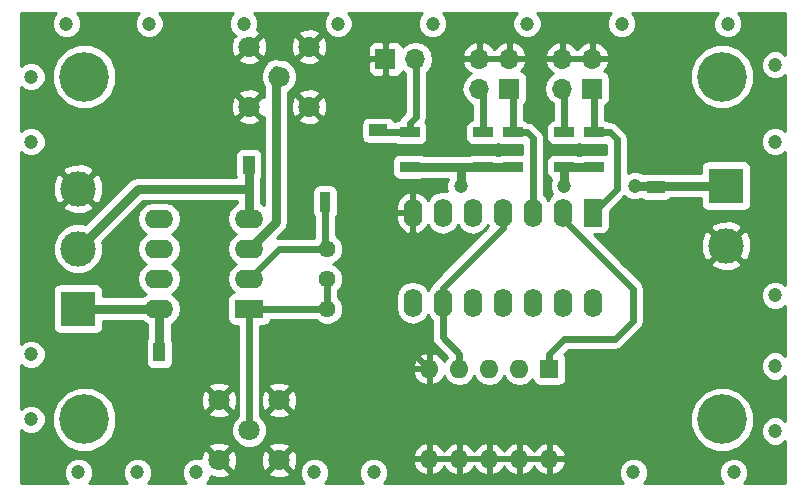
<source format=gbr>
G04 #@! TF.FileFunction,Copper,L2,Bot,Signal*
%FSLAX46Y46*%
G04 Gerber Fmt 4.6, Leading zero omitted, Abs format (unit mm)*
G04 Created by KiCad (PCBNEW 4.0.7) date 03/28/18 11:52:59*
%MOMM*%
%LPD*%
G01*
G04 APERTURE LIST*
%ADD10C,0.100000*%
%ADD11C,1.440000*%
%ADD12R,2.400000X1.600000*%
%ADD13O,2.400000X1.600000*%
%ADD14R,3.000000X3.000000*%
%ADD15C,3.000000*%
%ADD16R,1.600000X1.000000*%
%ADD17R,1.000000X1.600000*%
%ADD18R,1.600000X2.400000*%
%ADD19O,1.600000X2.400000*%
%ADD20C,1.800000*%
%ADD21R,1.700000X1.700000*%
%ADD22O,1.700000X1.700000*%
%ADD23R,1.600000X1.600000*%
%ADD24O,1.600000X1.600000*%
%ADD25R,1.700000X0.900000*%
%ADD26R,0.900000X1.700000*%
%ADD27C,4.200000*%
%ADD28C,1.200000*%
%ADD29C,0.600000*%
%ADD30C,0.800000*%
%ADD31C,0.254000*%
G04 APERTURE END LIST*
D10*
D11*
X163068000Y-72136000D03*
X163068000Y-69596000D03*
X163068000Y-67056000D03*
D12*
X156464000Y-72136000D03*
D13*
X148844000Y-64516000D03*
X156464000Y-69596000D03*
X148844000Y-67056000D03*
X156464000Y-67056000D03*
X148844000Y-69596000D03*
X156464000Y-64516000D03*
X148844000Y-72136000D03*
D14*
X141986000Y-72136000D03*
D15*
X141986000Y-67056000D03*
X141986000Y-61976000D03*
D16*
X167386000Y-57047000D03*
X167386000Y-60047000D03*
D17*
X148868000Y-75819000D03*
X151868000Y-75819000D03*
X156440000Y-59944000D03*
X153440000Y-59944000D03*
D16*
X190881000Y-61873000D03*
X190881000Y-64873000D03*
D18*
X185547000Y-64008000D03*
D19*
X170307000Y-71628000D03*
X183007000Y-64008000D03*
X172847000Y-71628000D03*
X180467000Y-64008000D03*
X175387000Y-71628000D03*
X177927000Y-64008000D03*
X177927000Y-71628000D03*
X175387000Y-64008000D03*
X180467000Y-71628000D03*
X172847000Y-64008000D03*
X183007000Y-71628000D03*
X170307000Y-64008000D03*
X185547000Y-71628000D03*
D14*
X196850000Y-61722000D03*
D15*
X196850000Y-66802000D03*
D20*
X156460000Y-49960000D03*
X159000000Y-52500000D03*
X161540000Y-55040000D03*
X156460000Y-55040000D03*
X161540000Y-49960000D03*
X153924000Y-79883000D03*
X156464000Y-82423000D03*
X159004000Y-84963000D03*
X153924000Y-84963000D03*
X159004000Y-79883000D03*
D21*
X168000000Y-51000000D03*
D22*
X170540000Y-51000000D03*
D23*
X181864000Y-77216000D03*
D24*
X171704000Y-84836000D03*
X179324000Y-77216000D03*
X174244000Y-84836000D03*
X176784000Y-77216000D03*
X176784000Y-84836000D03*
X174244000Y-77216000D03*
X179324000Y-84836000D03*
X171704000Y-77216000D03*
X181864000Y-84836000D03*
D25*
X183134000Y-60124000D03*
X183134000Y-57224000D03*
X185674000Y-60124000D03*
X185674000Y-57224000D03*
X176276000Y-60124000D03*
X176276000Y-57224000D03*
X178816000Y-60124000D03*
X178816000Y-57224000D03*
D26*
X162888000Y-63119000D03*
X165788000Y-63119000D03*
D25*
X170053000Y-57224000D03*
X170053000Y-60124000D03*
D21*
X185500000Y-53500000D03*
D22*
X182960000Y-53500000D03*
X185500000Y-50960000D03*
X182960000Y-50960000D03*
D21*
X178500000Y-53500000D03*
D22*
X175960000Y-53500000D03*
X178500000Y-50960000D03*
X175960000Y-50960000D03*
D27*
X142500000Y-52500000D03*
D28*
X167000000Y-86000000D03*
X162000000Y-86000000D03*
X180000000Y-48000000D03*
X188000000Y-48000000D03*
X138000000Y-76000000D03*
X138000000Y-81500000D03*
X142000000Y-86000000D03*
X147000000Y-86000000D03*
X152000000Y-86000000D03*
X189000000Y-86000000D03*
X197500000Y-86000000D03*
X201000000Y-71000000D03*
X201000000Y-77000000D03*
X201000000Y-82500000D03*
X201000000Y-58000000D03*
X201000000Y-51500000D03*
X197000000Y-48000000D03*
X141000000Y-48000000D03*
X172000000Y-48000000D03*
X164000000Y-48000000D03*
X138000000Y-58000000D03*
X138000000Y-52500000D03*
X156000000Y-48000000D03*
X148000000Y-48000000D03*
D27*
X142500000Y-81500000D03*
X196500000Y-81500000D03*
X196500000Y-52500000D03*
D28*
X174371000Y-61722000D03*
X183134000Y-61722000D03*
X189103000Y-61722000D03*
D29*
X167386000Y-60047000D02*
X167386000Y-72898000D01*
X167386000Y-72898000D02*
X171704000Y-77216000D01*
X170053000Y-57224000D02*
X170053000Y-56388000D01*
X170561000Y-55880000D02*
X170561000Y-50546000D01*
X170053000Y-56388000D02*
X170561000Y-55880000D01*
X170053000Y-57224000D02*
X167563000Y-57224000D01*
X167563000Y-57224000D02*
X167386000Y-57047000D01*
X169926000Y-57097000D02*
X170053000Y-57224000D01*
D30*
X141986000Y-72136000D02*
X148844000Y-72136000D01*
D29*
X148844000Y-72136000D02*
X148868000Y-72160000D01*
D30*
X148868000Y-72160000D02*
X148868000Y-75819000D01*
X147042000Y-62000000D02*
X141986000Y-67056000D01*
X156464000Y-62000000D02*
X147042000Y-62000000D01*
X156464000Y-62000000D02*
X156464000Y-59968000D01*
X156464000Y-64516000D02*
X156464000Y-62000000D01*
D29*
X156464000Y-59968000D02*
X156440000Y-59944000D01*
X183007000Y-64008000D02*
X183007000Y-64516000D01*
X183007000Y-64516000D02*
X188976000Y-70485000D01*
X181864000Y-75946000D02*
X181864000Y-77216000D01*
X183134000Y-74676000D02*
X181864000Y-75946000D01*
X187452000Y-74676000D02*
X183134000Y-74676000D01*
X188976000Y-73152000D02*
X187452000Y-74676000D01*
X188976000Y-70485000D02*
X188976000Y-73152000D01*
X156464000Y-72136000D02*
X156464000Y-82296000D01*
X163068000Y-72136000D02*
X156464000Y-72136000D01*
X163068000Y-69596000D02*
X163068000Y-72136000D01*
D30*
X170053000Y-60124000D02*
X174371000Y-60124000D01*
X174371000Y-61722000D02*
X174371000Y-60124000D01*
D29*
X174371000Y-60124000D02*
X174371000Y-60198000D01*
X174371000Y-60198000D02*
X174371000Y-60124000D01*
D30*
X183134000Y-60124000D02*
X183134000Y-61722000D01*
X176276000Y-60124000D02*
X174371000Y-60124000D01*
X178816000Y-60124000D02*
X176276000Y-60124000D01*
X185674000Y-60124000D02*
X183134000Y-60124000D01*
X196850000Y-61722000D02*
X189103000Y-61722000D01*
X158750000Y-51943000D02*
X158750000Y-64770000D01*
X158750000Y-64770000D02*
X156464000Y-67056000D01*
D29*
X187579000Y-61341000D02*
X187579000Y-61976000D01*
X187018000Y-57224000D02*
X187579000Y-57785000D01*
X187579000Y-57785000D02*
X187579000Y-61341000D01*
X185674000Y-57224000D02*
X187018000Y-57224000D01*
X187579000Y-61976000D02*
X185547000Y-64008000D01*
X185674000Y-53086000D02*
X185674000Y-57224000D01*
X183134000Y-53086000D02*
X183134000Y-57224000D01*
X178816000Y-57224000D02*
X180033000Y-57224000D01*
X180467000Y-57658000D02*
X180467000Y-64008000D01*
X180033000Y-57224000D02*
X180467000Y-57658000D01*
X180594000Y-63881000D02*
X180467000Y-64008000D01*
X178816000Y-53086000D02*
X178816000Y-57224000D01*
X176276000Y-53086000D02*
X176276000Y-57224000D01*
X163068000Y-67056000D02*
X159004000Y-67056000D01*
X159004000Y-67056000D02*
X156464000Y-69596000D01*
X162888000Y-63119000D02*
X162888000Y-66876000D01*
X162888000Y-66876000D02*
X163068000Y-67056000D01*
X162994000Y-66982000D02*
X163068000Y-67056000D01*
X177927000Y-64008000D02*
X177927000Y-65278000D01*
X172847000Y-70358000D02*
X172847000Y-71628000D01*
X177927000Y-65278000D02*
X172847000Y-70358000D01*
X172847000Y-71628000D02*
X172847000Y-74549000D01*
X174244000Y-75946000D02*
X174244000Y-77216000D01*
X172847000Y-74549000D02*
X174244000Y-75946000D01*
D31*
G36*
X139953629Y-47299515D02*
X139765215Y-47753266D01*
X139764786Y-48244579D01*
X139952408Y-48698657D01*
X140299515Y-49046371D01*
X140753266Y-49234785D01*
X141244579Y-49235214D01*
X141698657Y-49047592D01*
X142046371Y-48700485D01*
X142234785Y-48246734D01*
X142235214Y-47755421D01*
X142047592Y-47301343D01*
X141873553Y-47127000D01*
X147126446Y-47127000D01*
X146953629Y-47299515D01*
X146765215Y-47753266D01*
X146764786Y-48244579D01*
X146952408Y-48698657D01*
X147299515Y-49046371D01*
X147753266Y-49234785D01*
X148244579Y-49235214D01*
X148698657Y-49047592D01*
X149046371Y-48700485D01*
X149234785Y-48246734D01*
X149235214Y-47755421D01*
X149047592Y-47301343D01*
X148873553Y-47127000D01*
X155126446Y-47127000D01*
X154953629Y-47299515D01*
X154765215Y-47753266D01*
X154764786Y-48244579D01*
X154952408Y-48698657D01*
X155299515Y-49046371D01*
X155352878Y-49068529D01*
X155123357Y-49145852D01*
X154913542Y-49719336D01*
X154939161Y-50329460D01*
X155123357Y-50774148D01*
X155379841Y-50860554D01*
X156280395Y-49960000D01*
X156639605Y-49960000D01*
X157540159Y-50860554D01*
X157796643Y-50774148D01*
X158006458Y-50200664D01*
X157986248Y-49719336D01*
X159993542Y-49719336D01*
X160019161Y-50329460D01*
X160203357Y-50774148D01*
X160459841Y-50860554D01*
X161360395Y-49960000D01*
X161719605Y-49960000D01*
X162620159Y-50860554D01*
X162876643Y-50774148D01*
X163086458Y-50200664D01*
X163079027Y-50023691D01*
X166515000Y-50023691D01*
X166515000Y-50714250D01*
X166673750Y-50873000D01*
X167873000Y-50873000D01*
X167873000Y-49673750D01*
X167714250Y-49515000D01*
X167023690Y-49515000D01*
X166790301Y-49611673D01*
X166611673Y-49790302D01*
X166515000Y-50023691D01*
X163079027Y-50023691D01*
X163060839Y-49590540D01*
X162876643Y-49145852D01*
X162620159Y-49059446D01*
X161719605Y-49960000D01*
X161360395Y-49960000D01*
X160459841Y-49059446D01*
X160203357Y-49145852D01*
X159993542Y-49719336D01*
X157986248Y-49719336D01*
X157980839Y-49590540D01*
X157796643Y-49145852D01*
X157540159Y-49059446D01*
X156639605Y-49960000D01*
X156280395Y-49960000D01*
X156266253Y-49945858D01*
X156445858Y-49766253D01*
X156460000Y-49780395D01*
X157360554Y-48879841D01*
X160639446Y-48879841D01*
X161540000Y-49780395D01*
X162440554Y-48879841D01*
X162354148Y-48623357D01*
X161780664Y-48413542D01*
X161170540Y-48439161D01*
X160725852Y-48623357D01*
X160639446Y-48879841D01*
X157360554Y-48879841D01*
X157274148Y-48623357D01*
X157104214Y-48561185D01*
X157234785Y-48246734D01*
X157235214Y-47755421D01*
X157047592Y-47301343D01*
X156873553Y-47127000D01*
X163126446Y-47127000D01*
X162953629Y-47299515D01*
X162765215Y-47753266D01*
X162764786Y-48244579D01*
X162952408Y-48698657D01*
X163299515Y-49046371D01*
X163753266Y-49234785D01*
X164244579Y-49235214D01*
X164698657Y-49047592D01*
X165046371Y-48700485D01*
X165234785Y-48246734D01*
X165235214Y-47755421D01*
X165047592Y-47301343D01*
X164873553Y-47127000D01*
X171126446Y-47127000D01*
X170953629Y-47299515D01*
X170765215Y-47753266D01*
X170764786Y-48244579D01*
X170952408Y-48698657D01*
X171299515Y-49046371D01*
X171753266Y-49234785D01*
X172244579Y-49235214D01*
X172698657Y-49047592D01*
X173046371Y-48700485D01*
X173234785Y-48246734D01*
X173235214Y-47755421D01*
X173047592Y-47301343D01*
X172873553Y-47127000D01*
X179126446Y-47127000D01*
X178953629Y-47299515D01*
X178765215Y-47753266D01*
X178764786Y-48244579D01*
X178952408Y-48698657D01*
X179299515Y-49046371D01*
X179753266Y-49234785D01*
X180244579Y-49235214D01*
X180698657Y-49047592D01*
X181046371Y-48700485D01*
X181234785Y-48246734D01*
X181235214Y-47755421D01*
X181047592Y-47301343D01*
X180873553Y-47127000D01*
X187126446Y-47127000D01*
X186953629Y-47299515D01*
X186765215Y-47753266D01*
X186764786Y-48244579D01*
X186952408Y-48698657D01*
X187299515Y-49046371D01*
X187753266Y-49234785D01*
X188244579Y-49235214D01*
X188698657Y-49047592D01*
X189046371Y-48700485D01*
X189234785Y-48246734D01*
X189235214Y-47755421D01*
X189047592Y-47301343D01*
X188873553Y-47127000D01*
X196126446Y-47127000D01*
X195953629Y-47299515D01*
X195765215Y-47753266D01*
X195764786Y-48244579D01*
X195952408Y-48698657D01*
X196299515Y-49046371D01*
X196753266Y-49234785D01*
X197244579Y-49235214D01*
X197698657Y-49047592D01*
X198046371Y-48700485D01*
X198234785Y-48246734D01*
X198235214Y-47755421D01*
X198047592Y-47301343D01*
X197873553Y-47127000D01*
X201873000Y-47127000D01*
X201873000Y-50626446D01*
X201700485Y-50453629D01*
X201246734Y-50265215D01*
X200755421Y-50264786D01*
X200301343Y-50452408D01*
X199953629Y-50799515D01*
X199765215Y-51253266D01*
X199764786Y-51744579D01*
X199952408Y-52198657D01*
X200299515Y-52546371D01*
X200753266Y-52734785D01*
X201244579Y-52735214D01*
X201698657Y-52547592D01*
X201873000Y-52373553D01*
X201873000Y-57126446D01*
X201700485Y-56953629D01*
X201246734Y-56765215D01*
X200755421Y-56764786D01*
X200301343Y-56952408D01*
X199953629Y-57299515D01*
X199765215Y-57753266D01*
X199764786Y-58244579D01*
X199952408Y-58698657D01*
X200299515Y-59046371D01*
X200753266Y-59234785D01*
X201244579Y-59235214D01*
X201698657Y-59047592D01*
X201873000Y-58873553D01*
X201873000Y-70126446D01*
X201700485Y-69953629D01*
X201246734Y-69765215D01*
X200755421Y-69764786D01*
X200301343Y-69952408D01*
X199953629Y-70299515D01*
X199765215Y-70753266D01*
X199764786Y-71244579D01*
X199952408Y-71698657D01*
X200299515Y-72046371D01*
X200753266Y-72234785D01*
X201244579Y-72235214D01*
X201698657Y-72047592D01*
X201873000Y-71873553D01*
X201873000Y-76126446D01*
X201700485Y-75953629D01*
X201246734Y-75765215D01*
X200755421Y-75764786D01*
X200301343Y-75952408D01*
X199953629Y-76299515D01*
X199765215Y-76753266D01*
X199764786Y-77244579D01*
X199952408Y-77698657D01*
X200299515Y-78046371D01*
X200753266Y-78234785D01*
X201244579Y-78235214D01*
X201698657Y-78047592D01*
X201873000Y-77873553D01*
X201873000Y-81626446D01*
X201700485Y-81453629D01*
X201246734Y-81265215D01*
X200755421Y-81264786D01*
X200301343Y-81452408D01*
X199953629Y-81799515D01*
X199765215Y-82253266D01*
X199764786Y-82744579D01*
X199952408Y-83198657D01*
X200299515Y-83546371D01*
X200753266Y-83734785D01*
X201244579Y-83735214D01*
X201698657Y-83547592D01*
X201873000Y-83373553D01*
X201873000Y-86873000D01*
X198373554Y-86873000D01*
X198546371Y-86700485D01*
X198734785Y-86246734D01*
X198735214Y-85755421D01*
X198547592Y-85301343D01*
X198200485Y-84953629D01*
X197746734Y-84765215D01*
X197255421Y-84764786D01*
X196801343Y-84952408D01*
X196453629Y-85299515D01*
X196265215Y-85753266D01*
X196264786Y-86244579D01*
X196452408Y-86698657D01*
X196626447Y-86873000D01*
X189873554Y-86873000D01*
X190046371Y-86700485D01*
X190234785Y-86246734D01*
X190235214Y-85755421D01*
X190047592Y-85301343D01*
X189700485Y-84953629D01*
X189246734Y-84765215D01*
X188755421Y-84764786D01*
X188301343Y-84952408D01*
X187953629Y-85299515D01*
X187765215Y-85753266D01*
X187764786Y-86244579D01*
X187952408Y-86698657D01*
X188126447Y-86873000D01*
X167873554Y-86873000D01*
X168046371Y-86700485D01*
X168234785Y-86246734D01*
X168235214Y-85755421D01*
X168047592Y-85301343D01*
X167931494Y-85185041D01*
X170312086Y-85185041D01*
X170551611Y-85691134D01*
X170966577Y-86067041D01*
X171354961Y-86227904D01*
X171577000Y-86105915D01*
X171577000Y-84963000D01*
X171831000Y-84963000D01*
X171831000Y-86105915D01*
X172053039Y-86227904D01*
X172441423Y-86067041D01*
X172856389Y-85691134D01*
X172974000Y-85442633D01*
X173091611Y-85691134D01*
X173506577Y-86067041D01*
X173894961Y-86227904D01*
X174117000Y-86105915D01*
X174117000Y-84963000D01*
X174371000Y-84963000D01*
X174371000Y-86105915D01*
X174593039Y-86227904D01*
X174981423Y-86067041D01*
X175396389Y-85691134D01*
X175514000Y-85442633D01*
X175631611Y-85691134D01*
X176046577Y-86067041D01*
X176434961Y-86227904D01*
X176657000Y-86105915D01*
X176657000Y-84963000D01*
X176911000Y-84963000D01*
X176911000Y-86105915D01*
X177133039Y-86227904D01*
X177521423Y-86067041D01*
X177936389Y-85691134D01*
X178054000Y-85442633D01*
X178171611Y-85691134D01*
X178586577Y-86067041D01*
X178974961Y-86227904D01*
X179197000Y-86105915D01*
X179197000Y-84963000D01*
X179451000Y-84963000D01*
X179451000Y-86105915D01*
X179673039Y-86227904D01*
X180061423Y-86067041D01*
X180476389Y-85691134D01*
X180594000Y-85442633D01*
X180711611Y-85691134D01*
X181126577Y-86067041D01*
X181514961Y-86227904D01*
X181737000Y-86105915D01*
X181737000Y-84963000D01*
X181991000Y-84963000D01*
X181991000Y-86105915D01*
X182213039Y-86227904D01*
X182601423Y-86067041D01*
X183016389Y-85691134D01*
X183255914Y-85185041D01*
X183134629Y-84963000D01*
X181991000Y-84963000D01*
X181737000Y-84963000D01*
X179451000Y-84963000D01*
X179197000Y-84963000D01*
X176911000Y-84963000D01*
X176657000Y-84963000D01*
X174371000Y-84963000D01*
X174117000Y-84963000D01*
X171831000Y-84963000D01*
X171577000Y-84963000D01*
X170433371Y-84963000D01*
X170312086Y-85185041D01*
X167931494Y-85185041D01*
X167700485Y-84953629D01*
X167246734Y-84765215D01*
X166755421Y-84764786D01*
X166301343Y-84952408D01*
X165953629Y-85299515D01*
X165765215Y-85753266D01*
X165764786Y-86244579D01*
X165952408Y-86698657D01*
X166126447Y-86873000D01*
X162873554Y-86873000D01*
X163046371Y-86700485D01*
X163234785Y-86246734D01*
X163235214Y-85755421D01*
X163047592Y-85301343D01*
X162700485Y-84953629D01*
X162246734Y-84765215D01*
X161755421Y-84764786D01*
X161301343Y-84952408D01*
X160953629Y-85299515D01*
X160765215Y-85753266D01*
X160764786Y-86244579D01*
X160952408Y-86698657D01*
X161126447Y-86873000D01*
X152873554Y-86873000D01*
X153046371Y-86700485D01*
X153199236Y-86332345D01*
X153683336Y-86509458D01*
X154293460Y-86483839D01*
X154738148Y-86299643D01*
X154824554Y-86043159D01*
X158103446Y-86043159D01*
X158189852Y-86299643D01*
X158763336Y-86509458D01*
X159373460Y-86483839D01*
X159818148Y-86299643D01*
X159904554Y-86043159D01*
X159004000Y-85142605D01*
X158103446Y-86043159D01*
X154824554Y-86043159D01*
X153924000Y-85142605D01*
X153909858Y-85156748D01*
X153730253Y-84977143D01*
X153744395Y-84963000D01*
X154103605Y-84963000D01*
X155004159Y-85863554D01*
X155260643Y-85777148D01*
X155470458Y-85203664D01*
X155450248Y-84722336D01*
X157457542Y-84722336D01*
X157483161Y-85332460D01*
X157667357Y-85777148D01*
X157923841Y-85863554D01*
X158824395Y-84963000D01*
X159183605Y-84963000D01*
X160084159Y-85863554D01*
X160340643Y-85777148D01*
X160550458Y-85203664D01*
X160524839Y-84593540D01*
X160480692Y-84486959D01*
X170312086Y-84486959D01*
X170433371Y-84709000D01*
X171577000Y-84709000D01*
X171577000Y-83566085D01*
X171831000Y-83566085D01*
X171831000Y-84709000D01*
X174117000Y-84709000D01*
X174117000Y-83566085D01*
X174371000Y-83566085D01*
X174371000Y-84709000D01*
X176657000Y-84709000D01*
X176657000Y-83566085D01*
X176911000Y-83566085D01*
X176911000Y-84709000D01*
X179197000Y-84709000D01*
X179197000Y-83566085D01*
X179451000Y-83566085D01*
X179451000Y-84709000D01*
X181737000Y-84709000D01*
X181737000Y-83566085D01*
X181991000Y-83566085D01*
X181991000Y-84709000D01*
X183134629Y-84709000D01*
X183255914Y-84486959D01*
X183016389Y-83980866D01*
X182601423Y-83604959D01*
X182213039Y-83444096D01*
X181991000Y-83566085D01*
X181737000Y-83566085D01*
X181514961Y-83444096D01*
X181126577Y-83604959D01*
X180711611Y-83980866D01*
X180594000Y-84229367D01*
X180476389Y-83980866D01*
X180061423Y-83604959D01*
X179673039Y-83444096D01*
X179451000Y-83566085D01*
X179197000Y-83566085D01*
X178974961Y-83444096D01*
X178586577Y-83604959D01*
X178171611Y-83980866D01*
X178054000Y-84229367D01*
X177936389Y-83980866D01*
X177521423Y-83604959D01*
X177133039Y-83444096D01*
X176911000Y-83566085D01*
X176657000Y-83566085D01*
X176434961Y-83444096D01*
X176046577Y-83604959D01*
X175631611Y-83980866D01*
X175514000Y-84229367D01*
X175396389Y-83980866D01*
X174981423Y-83604959D01*
X174593039Y-83444096D01*
X174371000Y-83566085D01*
X174117000Y-83566085D01*
X173894961Y-83444096D01*
X173506577Y-83604959D01*
X173091611Y-83980866D01*
X172974000Y-84229367D01*
X172856389Y-83980866D01*
X172441423Y-83604959D01*
X172053039Y-83444096D01*
X171831000Y-83566085D01*
X171577000Y-83566085D01*
X171354961Y-83444096D01*
X170966577Y-83604959D01*
X170551611Y-83980866D01*
X170312086Y-84486959D01*
X160480692Y-84486959D01*
X160340643Y-84148852D01*
X160084159Y-84062446D01*
X159183605Y-84963000D01*
X158824395Y-84963000D01*
X157923841Y-84062446D01*
X157667357Y-84148852D01*
X157457542Y-84722336D01*
X155450248Y-84722336D01*
X155444839Y-84593540D01*
X155260643Y-84148852D01*
X155004159Y-84062446D01*
X154103605Y-84963000D01*
X153744395Y-84963000D01*
X152843841Y-84062446D01*
X152587357Y-84148852D01*
X152377542Y-84722336D01*
X152381696Y-84821256D01*
X152246734Y-84765215D01*
X151755421Y-84764786D01*
X151301343Y-84952408D01*
X150953629Y-85299515D01*
X150765215Y-85753266D01*
X150764786Y-86244579D01*
X150952408Y-86698657D01*
X151126447Y-86873000D01*
X147873554Y-86873000D01*
X148046371Y-86700485D01*
X148234785Y-86246734D01*
X148235214Y-85755421D01*
X148047592Y-85301343D01*
X147700485Y-84953629D01*
X147246734Y-84765215D01*
X146755421Y-84764786D01*
X146301343Y-84952408D01*
X145953629Y-85299515D01*
X145765215Y-85753266D01*
X145764786Y-86244579D01*
X145952408Y-86698657D01*
X146126447Y-86873000D01*
X142873554Y-86873000D01*
X143046371Y-86700485D01*
X143234785Y-86246734D01*
X143235214Y-85755421D01*
X143047592Y-85301343D01*
X142700485Y-84953629D01*
X142246734Y-84765215D01*
X141755421Y-84764786D01*
X141301343Y-84952408D01*
X140953629Y-85299515D01*
X140765215Y-85753266D01*
X140764786Y-86244579D01*
X140952408Y-86698657D01*
X141126447Y-86873000D01*
X137127000Y-86873000D01*
X137127000Y-82373554D01*
X137299515Y-82546371D01*
X137753266Y-82734785D01*
X138244579Y-82735214D01*
X138698657Y-82547592D01*
X139046371Y-82200485D01*
X139112330Y-82041638D01*
X139764526Y-82041638D01*
X140180028Y-83047229D01*
X140948724Y-83817268D01*
X141953588Y-84234524D01*
X143041638Y-84235474D01*
X143895074Y-83882841D01*
X153023446Y-83882841D01*
X153924000Y-84783395D01*
X154824554Y-83882841D01*
X154738148Y-83626357D01*
X154164664Y-83416542D01*
X153554540Y-83442161D01*
X153109852Y-83626357D01*
X153023446Y-83882841D01*
X143895074Y-83882841D01*
X144047229Y-83819972D01*
X144817268Y-83051276D01*
X145234524Y-82046412D01*
X145235469Y-80963159D01*
X153023446Y-80963159D01*
X153109852Y-81219643D01*
X153683336Y-81429458D01*
X154293460Y-81403839D01*
X154738148Y-81219643D01*
X154824554Y-80963159D01*
X153924000Y-80062605D01*
X153023446Y-80963159D01*
X145235469Y-80963159D01*
X145235474Y-80958362D01*
X144819972Y-79952771D01*
X144510079Y-79642336D01*
X152377542Y-79642336D01*
X152403161Y-80252460D01*
X152587357Y-80697148D01*
X152843841Y-80783554D01*
X153744395Y-79883000D01*
X154103605Y-79883000D01*
X155004159Y-80783554D01*
X155260643Y-80697148D01*
X155470458Y-80123664D01*
X155444839Y-79513540D01*
X155260643Y-79068852D01*
X155004159Y-78982446D01*
X154103605Y-79883000D01*
X153744395Y-79883000D01*
X152843841Y-78982446D01*
X152587357Y-79068852D01*
X152377542Y-79642336D01*
X144510079Y-79642336D01*
X144051276Y-79182732D01*
X143136397Y-78802841D01*
X153023446Y-78802841D01*
X153924000Y-79703395D01*
X154824554Y-78802841D01*
X154738148Y-78546357D01*
X154164664Y-78336542D01*
X153554540Y-78362161D01*
X153109852Y-78546357D01*
X153023446Y-78802841D01*
X143136397Y-78802841D01*
X143046412Y-78765476D01*
X141958362Y-78764526D01*
X140952771Y-79180028D01*
X140182732Y-79948724D01*
X139765476Y-80953588D01*
X139764526Y-82041638D01*
X139112330Y-82041638D01*
X139234785Y-81746734D01*
X139235214Y-81255421D01*
X139047592Y-80801343D01*
X138700485Y-80453629D01*
X138246734Y-80265215D01*
X137755421Y-80264786D01*
X137301343Y-80452408D01*
X137127000Y-80626447D01*
X137127000Y-76873554D01*
X137299515Y-77046371D01*
X137753266Y-77234785D01*
X138244579Y-77235214D01*
X138698657Y-77047592D01*
X139046371Y-76700485D01*
X139234785Y-76246734D01*
X139235214Y-75755421D01*
X139047592Y-75301343D01*
X138700485Y-74953629D01*
X138246734Y-74765215D01*
X137755421Y-74764786D01*
X137301343Y-74952408D01*
X137127000Y-75126447D01*
X137127000Y-70636000D01*
X139838560Y-70636000D01*
X139838560Y-73636000D01*
X139882838Y-73871317D01*
X140021910Y-74087441D01*
X140234110Y-74232431D01*
X140486000Y-74283440D01*
X143486000Y-74283440D01*
X143721317Y-74239162D01*
X143937441Y-74100090D01*
X144082431Y-73887890D01*
X144133440Y-73636000D01*
X144133440Y-73171000D01*
X147423736Y-73171000D01*
X147833000Y-73444462D01*
X147833000Y-74677203D01*
X147771569Y-74767110D01*
X147720560Y-75019000D01*
X147720560Y-76619000D01*
X147764838Y-76854317D01*
X147903910Y-77070441D01*
X148116110Y-77215431D01*
X148368000Y-77266440D01*
X149368000Y-77266440D01*
X149603317Y-77222162D01*
X149819441Y-77083090D01*
X149964431Y-76870890D01*
X150015440Y-76619000D01*
X150015440Y-75019000D01*
X149971162Y-74783683D01*
X149903000Y-74677756D01*
X149903000Y-73412389D01*
X150294648Y-73150698D01*
X150605717Y-72685151D01*
X150714950Y-72136000D01*
X150605717Y-71586849D01*
X150294648Y-71121302D01*
X149912562Y-70866000D01*
X150294648Y-70610698D01*
X150605717Y-70145151D01*
X150714950Y-69596000D01*
X150605717Y-69046849D01*
X150294648Y-68581302D01*
X149912562Y-68326000D01*
X150294648Y-68070698D01*
X150605717Y-67605151D01*
X150714950Y-67056000D01*
X150605717Y-66506849D01*
X150294648Y-66041302D01*
X149912562Y-65786000D01*
X150294648Y-65530698D01*
X150605717Y-65065151D01*
X150714950Y-64516000D01*
X150605717Y-63966849D01*
X150294648Y-63501302D01*
X149829101Y-63190233D01*
X149279950Y-63081000D01*
X148408050Y-63081000D01*
X147858899Y-63190233D01*
X147393352Y-63501302D01*
X147082283Y-63966849D01*
X146973050Y-64516000D01*
X147082283Y-65065151D01*
X147393352Y-65530698D01*
X147775438Y-65786000D01*
X147393352Y-66041302D01*
X147082283Y-66506849D01*
X146973050Y-67056000D01*
X147082283Y-67605151D01*
X147393352Y-68070698D01*
X147775438Y-68326000D01*
X147393352Y-68581302D01*
X147082283Y-69046849D01*
X146973050Y-69596000D01*
X147082283Y-70145151D01*
X147393352Y-70610698D01*
X147775438Y-70866000D01*
X147423736Y-71101000D01*
X144133440Y-71101000D01*
X144133440Y-70636000D01*
X144089162Y-70400683D01*
X143950090Y-70184559D01*
X143737890Y-70039569D01*
X143486000Y-69988560D01*
X140486000Y-69988560D01*
X140250683Y-70032838D01*
X140034559Y-70171910D01*
X139889569Y-70384110D01*
X139838560Y-70636000D01*
X137127000Y-70636000D01*
X137127000Y-67478815D01*
X139850630Y-67478815D01*
X140174980Y-68263800D01*
X140775041Y-68864909D01*
X141559459Y-69190628D01*
X142408815Y-69191370D01*
X143193800Y-68867020D01*
X143794909Y-68266959D01*
X144120628Y-67482541D01*
X144121370Y-66633185D01*
X144048613Y-66457099D01*
X147470711Y-63035000D01*
X155429000Y-63035000D01*
X155429000Y-63223574D01*
X155013352Y-63501302D01*
X154702283Y-63966849D01*
X154593050Y-64516000D01*
X154702283Y-65065151D01*
X155013352Y-65530698D01*
X155395438Y-65786000D01*
X155013352Y-66041302D01*
X154702283Y-66506849D01*
X154593050Y-67056000D01*
X154702283Y-67605151D01*
X155013352Y-68070698D01*
X155395438Y-68326000D01*
X155013352Y-68581302D01*
X154702283Y-69046849D01*
X154593050Y-69596000D01*
X154702283Y-70145151D01*
X155013352Y-70610698D01*
X155159350Y-70708251D01*
X155028683Y-70732838D01*
X154812559Y-70871910D01*
X154667569Y-71084110D01*
X154616560Y-71336000D01*
X154616560Y-72936000D01*
X154660838Y-73171317D01*
X154799910Y-73387441D01*
X155012110Y-73532431D01*
X155264000Y-73583440D01*
X155529000Y-73583440D01*
X155529000Y-81187445D01*
X155163449Y-81552357D01*
X154929267Y-82116330D01*
X154928735Y-82726991D01*
X155161932Y-83291371D01*
X155593357Y-83723551D01*
X156157330Y-83957733D01*
X156767991Y-83958265D01*
X156950531Y-83882841D01*
X158103446Y-83882841D01*
X159004000Y-84783395D01*
X159904554Y-83882841D01*
X159818148Y-83626357D01*
X159244664Y-83416542D01*
X158634540Y-83442161D01*
X158189852Y-83626357D01*
X158103446Y-83882841D01*
X156950531Y-83882841D01*
X157332371Y-83725068D01*
X157764551Y-83293643D01*
X157998733Y-82729670D01*
X157999265Y-82119009D01*
X157967296Y-82041638D01*
X193764526Y-82041638D01*
X194180028Y-83047229D01*
X194948724Y-83817268D01*
X195953588Y-84234524D01*
X197041638Y-84235474D01*
X198047229Y-83819972D01*
X198817268Y-83051276D01*
X199234524Y-82046412D01*
X199235474Y-80958362D01*
X198819972Y-79952771D01*
X198051276Y-79182732D01*
X197046412Y-78765476D01*
X195958362Y-78764526D01*
X194952771Y-79180028D01*
X194182732Y-79948724D01*
X193765476Y-80953588D01*
X193764526Y-82041638D01*
X157967296Y-82041638D01*
X157766068Y-81554629D01*
X157399000Y-81186919D01*
X157399000Y-80963159D01*
X158103446Y-80963159D01*
X158189852Y-81219643D01*
X158763336Y-81429458D01*
X159373460Y-81403839D01*
X159818148Y-81219643D01*
X159904554Y-80963159D01*
X159004000Y-80062605D01*
X158103446Y-80963159D01*
X157399000Y-80963159D01*
X157399000Y-79642336D01*
X157457542Y-79642336D01*
X157483161Y-80252460D01*
X157667357Y-80697148D01*
X157923841Y-80783554D01*
X158824395Y-79883000D01*
X159183605Y-79883000D01*
X160084159Y-80783554D01*
X160340643Y-80697148D01*
X160550458Y-80123664D01*
X160524839Y-79513540D01*
X160340643Y-79068852D01*
X160084159Y-78982446D01*
X159183605Y-79883000D01*
X158824395Y-79883000D01*
X157923841Y-78982446D01*
X157667357Y-79068852D01*
X157457542Y-79642336D01*
X157399000Y-79642336D01*
X157399000Y-78802841D01*
X158103446Y-78802841D01*
X159004000Y-79703395D01*
X159904554Y-78802841D01*
X159818148Y-78546357D01*
X159244664Y-78336542D01*
X158634540Y-78362161D01*
X158189852Y-78546357D01*
X158103446Y-78802841D01*
X157399000Y-78802841D01*
X157399000Y-77565041D01*
X170312086Y-77565041D01*
X170551611Y-78071134D01*
X170966577Y-78447041D01*
X171354961Y-78607904D01*
X171577000Y-78485915D01*
X171577000Y-77343000D01*
X170433371Y-77343000D01*
X170312086Y-77565041D01*
X157399000Y-77565041D01*
X157399000Y-76866959D01*
X170312086Y-76866959D01*
X170433371Y-77089000D01*
X171577000Y-77089000D01*
X171577000Y-75946085D01*
X171354961Y-75824096D01*
X170966577Y-75984959D01*
X170551611Y-76360866D01*
X170312086Y-76866959D01*
X157399000Y-76866959D01*
X157399000Y-73583440D01*
X157664000Y-73583440D01*
X157899317Y-73539162D01*
X158115441Y-73400090D01*
X158260431Y-73187890D01*
X158284102Y-73071000D01*
X162086780Y-73071000D01*
X162299452Y-73284043D01*
X162797291Y-73490764D01*
X163336344Y-73491235D01*
X163834543Y-73285383D01*
X164216043Y-72904548D01*
X164422764Y-72406709D01*
X164423235Y-71867656D01*
X164217383Y-71369457D01*
X164003000Y-71154700D01*
X164003000Y-70577220D01*
X164216043Y-70364548D01*
X164422764Y-69866709D01*
X164423235Y-69327656D01*
X164217383Y-68829457D01*
X163836548Y-68447957D01*
X163542736Y-68325955D01*
X163834543Y-68205383D01*
X164216043Y-67824548D01*
X164422764Y-67326709D01*
X164423235Y-66787656D01*
X164217383Y-66289457D01*
X163836548Y-65907957D01*
X163823000Y-65902331D01*
X163823000Y-64383975D01*
X163934431Y-64220890D01*
X163951824Y-64135000D01*
X168872000Y-64135000D01*
X168872000Y-64535000D01*
X169029834Y-65074483D01*
X169382104Y-65512500D01*
X169875181Y-65782367D01*
X169957961Y-65799904D01*
X170180000Y-65677915D01*
X170180000Y-64135000D01*
X168872000Y-64135000D01*
X163951824Y-64135000D01*
X163985440Y-63969000D01*
X163985440Y-63481000D01*
X168872000Y-63481000D01*
X168872000Y-63881000D01*
X170180000Y-63881000D01*
X170180000Y-62338085D01*
X169957961Y-62216096D01*
X169875181Y-62233633D01*
X169382104Y-62503500D01*
X169029834Y-62941517D01*
X168872000Y-63481000D01*
X163985440Y-63481000D01*
X163985440Y-62269000D01*
X163941162Y-62033683D01*
X163802090Y-61817559D01*
X163589890Y-61672569D01*
X163338000Y-61621560D01*
X162438000Y-61621560D01*
X162202683Y-61665838D01*
X161986559Y-61804910D01*
X161841569Y-62017110D01*
X161790560Y-62269000D01*
X161790560Y-63969000D01*
X161834838Y-64204317D01*
X161953000Y-64387946D01*
X161953000Y-66121000D01*
X159004000Y-66121000D01*
X158827629Y-66156083D01*
X159481853Y-65501858D01*
X159481856Y-65501856D01*
X159631431Y-65278000D01*
X159706215Y-65166078D01*
X159785001Y-64770000D01*
X159785000Y-64769995D01*
X159785000Y-59674000D01*
X168555560Y-59674000D01*
X168555560Y-60574000D01*
X168599838Y-60809317D01*
X168738910Y-61025441D01*
X168951110Y-61170431D01*
X169203000Y-61221440D01*
X170903000Y-61221440D01*
X171138317Y-61177162D01*
X171166542Y-61159000D01*
X173267540Y-61159000D01*
X173136215Y-61475266D01*
X173135786Y-61966579D01*
X173238392Y-62214903D01*
X172847000Y-62137050D01*
X172297849Y-62246283D01*
X171832302Y-62557352D01*
X171579493Y-62935707D01*
X171231896Y-62503500D01*
X170738819Y-62233633D01*
X170656039Y-62216096D01*
X170434000Y-62338085D01*
X170434000Y-63881000D01*
X170454000Y-63881000D01*
X170454000Y-64135000D01*
X170434000Y-64135000D01*
X170434000Y-65677915D01*
X170656039Y-65799904D01*
X170738819Y-65782367D01*
X171231896Y-65512500D01*
X171579493Y-65080293D01*
X171832302Y-65458648D01*
X172297849Y-65769717D01*
X172847000Y-65878950D01*
X173396151Y-65769717D01*
X173861698Y-65458648D01*
X174117000Y-65076562D01*
X174372302Y-65458648D01*
X174837849Y-65769717D01*
X175387000Y-65878950D01*
X175936151Y-65769717D01*
X176401698Y-65458648D01*
X176657000Y-65076562D01*
X176716740Y-65165970D01*
X172185855Y-69696855D01*
X171983173Y-70000191D01*
X171965658Y-70088247D01*
X171832302Y-70177352D01*
X171577000Y-70559438D01*
X171321698Y-70177352D01*
X170856151Y-69866283D01*
X170307000Y-69757050D01*
X169757849Y-69866283D01*
X169292302Y-70177352D01*
X168981233Y-70642899D01*
X168872000Y-71192050D01*
X168872000Y-72063950D01*
X168981233Y-72613101D01*
X169292302Y-73078648D01*
X169757849Y-73389717D01*
X170307000Y-73498950D01*
X170856151Y-73389717D01*
X171321698Y-73078648D01*
X171577000Y-72696562D01*
X171832302Y-73078648D01*
X171912000Y-73131901D01*
X171912000Y-74549000D01*
X171983173Y-74906809D01*
X172185855Y-75210145D01*
X173197097Y-76221387D01*
X172959014Y-76577703D01*
X172856389Y-76360866D01*
X172441423Y-75984959D01*
X172053039Y-75824096D01*
X171831000Y-75946085D01*
X171831000Y-77089000D01*
X171851000Y-77089000D01*
X171851000Y-77343000D01*
X171831000Y-77343000D01*
X171831000Y-78485915D01*
X172053039Y-78607904D01*
X172441423Y-78447041D01*
X172856389Y-78071134D01*
X172959014Y-77854297D01*
X173229302Y-78258811D01*
X173694849Y-78569880D01*
X174244000Y-78679113D01*
X174793151Y-78569880D01*
X175258698Y-78258811D01*
X175514000Y-77876725D01*
X175769302Y-78258811D01*
X176234849Y-78569880D01*
X176784000Y-78679113D01*
X177333151Y-78569880D01*
X177798698Y-78258811D01*
X178054000Y-77876725D01*
X178309302Y-78258811D01*
X178774849Y-78569880D01*
X179324000Y-78679113D01*
X179873151Y-78569880D01*
X180338698Y-78258811D01*
X180435101Y-78114535D01*
X180460838Y-78251317D01*
X180599910Y-78467441D01*
X180812110Y-78612431D01*
X181064000Y-78663440D01*
X182664000Y-78663440D01*
X182899317Y-78619162D01*
X183115441Y-78480090D01*
X183260431Y-78267890D01*
X183311440Y-78016000D01*
X183311440Y-76416000D01*
X183267162Y-76180683D01*
X183143611Y-75988679D01*
X183521290Y-75611000D01*
X187452000Y-75611000D01*
X187809809Y-75539827D01*
X188113145Y-75337145D01*
X189637145Y-73813145D01*
X189839827Y-73509809D01*
X189911000Y-73152000D01*
X189911000Y-70485000D01*
X189839827Y-70127191D01*
X189637145Y-69823855D01*
X188129260Y-68315970D01*
X195515635Y-68315970D01*
X195675418Y-68634739D01*
X196466187Y-68944723D01*
X197315387Y-68928497D01*
X198024582Y-68634739D01*
X198184365Y-68315970D01*
X196850000Y-66981605D01*
X195515635Y-68315970D01*
X188129260Y-68315970D01*
X186231477Y-66418187D01*
X194707277Y-66418187D01*
X194723503Y-67267387D01*
X195017261Y-67976582D01*
X195336030Y-68136365D01*
X196670395Y-66802000D01*
X197029605Y-66802000D01*
X198363970Y-68136365D01*
X198682739Y-67976582D01*
X198992723Y-67185813D01*
X198976497Y-66336613D01*
X198682739Y-65627418D01*
X198363970Y-65467635D01*
X197029605Y-66802000D01*
X196670395Y-66802000D01*
X195336030Y-65467635D01*
X195017261Y-65627418D01*
X194707277Y-66418187D01*
X186231477Y-66418187D01*
X185668730Y-65855440D01*
X186347000Y-65855440D01*
X186582317Y-65811162D01*
X186798441Y-65672090D01*
X186943431Y-65459890D01*
X186978233Y-65288030D01*
X195515635Y-65288030D01*
X196850000Y-66622395D01*
X198184365Y-65288030D01*
X198024582Y-64969261D01*
X197233813Y-64659277D01*
X196384613Y-64675503D01*
X195675418Y-64969261D01*
X195515635Y-65288030D01*
X186978233Y-65288030D01*
X186994440Y-65208000D01*
X186994440Y-63882850D01*
X188240145Y-62637145D01*
X188252724Y-62618318D01*
X188402515Y-62768371D01*
X188856266Y-62956785D01*
X189347579Y-62957214D01*
X189636507Y-62837831D01*
X189829110Y-62969431D01*
X190081000Y-63020440D01*
X191681000Y-63020440D01*
X191916317Y-62976162D01*
X192132441Y-62837090D01*
X192187164Y-62757000D01*
X194702560Y-62757000D01*
X194702560Y-63222000D01*
X194746838Y-63457317D01*
X194885910Y-63673441D01*
X195098110Y-63818431D01*
X195350000Y-63869440D01*
X198350000Y-63869440D01*
X198585317Y-63825162D01*
X198801441Y-63686090D01*
X198946431Y-63473890D01*
X198997440Y-63222000D01*
X198997440Y-60222000D01*
X198953162Y-59986683D01*
X198814090Y-59770559D01*
X198601890Y-59625569D01*
X198350000Y-59574560D01*
X195350000Y-59574560D01*
X195114683Y-59618838D01*
X194898559Y-59757910D01*
X194753569Y-59970110D01*
X194702560Y-60222000D01*
X194702560Y-60687000D01*
X189814836Y-60687000D01*
X189803485Y-60675629D01*
X189349734Y-60487215D01*
X188858421Y-60486786D01*
X188514000Y-60629098D01*
X188514000Y-57785000D01*
X188442827Y-57427191D01*
X188240145Y-57123855D01*
X187679145Y-56562855D01*
X187375809Y-56360173D01*
X187018000Y-56289000D01*
X186938975Y-56289000D01*
X186775890Y-56177569D01*
X186609000Y-56143773D01*
X186609000Y-54937922D01*
X186801441Y-54814090D01*
X186946431Y-54601890D01*
X186997440Y-54350000D01*
X186997440Y-53041638D01*
X193764526Y-53041638D01*
X194180028Y-54047229D01*
X194948724Y-54817268D01*
X195953588Y-55234524D01*
X197041638Y-55235474D01*
X198047229Y-54819972D01*
X198817268Y-54051276D01*
X199234524Y-53046412D01*
X199235474Y-51958362D01*
X198819972Y-50952771D01*
X198051276Y-50182732D01*
X197046412Y-49765476D01*
X195958362Y-49764526D01*
X194952771Y-50180028D01*
X194182732Y-50948724D01*
X193765476Y-51953588D01*
X193764526Y-53041638D01*
X186997440Y-53041638D01*
X186997440Y-52650000D01*
X186953162Y-52414683D01*
X186814090Y-52198559D01*
X186601890Y-52053569D01*
X186493893Y-52031699D01*
X186771645Y-51726924D01*
X186941476Y-51316890D01*
X186820155Y-51087000D01*
X185627000Y-51087000D01*
X185627000Y-51107000D01*
X185373000Y-51107000D01*
X185373000Y-51087000D01*
X183087000Y-51087000D01*
X183087000Y-51107000D01*
X182833000Y-51107000D01*
X182833000Y-51087000D01*
X181639845Y-51087000D01*
X181518524Y-51316890D01*
X181688355Y-51726924D01*
X182078642Y-52155183D01*
X182221553Y-52222298D01*
X181880853Y-52449946D01*
X181558946Y-52931715D01*
X181445907Y-53500000D01*
X181558946Y-54068285D01*
X181880853Y-54550054D01*
X182199000Y-54762633D01*
X182199000Y-56142554D01*
X182048683Y-56170838D01*
X181832559Y-56309910D01*
X181687569Y-56522110D01*
X181636560Y-56774000D01*
X181636560Y-57674000D01*
X181680838Y-57909317D01*
X181819910Y-58125441D01*
X182032110Y-58270431D01*
X182284000Y-58321440D01*
X183984000Y-58321440D01*
X184219317Y-58277162D01*
X184406077Y-58156985D01*
X184572110Y-58270431D01*
X184824000Y-58321440D01*
X186524000Y-58321440D01*
X186644000Y-58298860D01*
X186644000Y-59050861D01*
X186524000Y-59026560D01*
X184824000Y-59026560D01*
X184588683Y-59070838D01*
X184560458Y-59089000D01*
X184252620Y-59089000D01*
X184235890Y-59077569D01*
X183984000Y-59026560D01*
X182284000Y-59026560D01*
X182048683Y-59070838D01*
X181832559Y-59209910D01*
X181687569Y-59422110D01*
X181636560Y-59674000D01*
X181636560Y-60574000D01*
X181680838Y-60809317D01*
X181819910Y-61025441D01*
X182027190Y-61167069D01*
X181899215Y-61475266D01*
X181898786Y-61966579D01*
X182086408Y-62420657D01*
X182130611Y-62464937D01*
X181992302Y-62557352D01*
X181737000Y-62939438D01*
X181481698Y-62557352D01*
X181402000Y-62504099D01*
X181402000Y-57658000D01*
X181330827Y-57300191D01*
X181128145Y-56996855D01*
X180694145Y-56562855D01*
X180390809Y-56360173D01*
X180100677Y-56302462D01*
X179917890Y-56177569D01*
X179751000Y-56143773D01*
X179751000Y-54846548D01*
X179801441Y-54814090D01*
X179946431Y-54601890D01*
X179997440Y-54350000D01*
X179997440Y-52650000D01*
X179953162Y-52414683D01*
X179814090Y-52198559D01*
X179601890Y-52053569D01*
X179493893Y-52031699D01*
X179771645Y-51726924D01*
X179941476Y-51316890D01*
X179820155Y-51087000D01*
X178627000Y-51087000D01*
X178627000Y-51107000D01*
X178373000Y-51107000D01*
X178373000Y-51087000D01*
X176087000Y-51087000D01*
X176087000Y-51107000D01*
X175833000Y-51107000D01*
X175833000Y-51087000D01*
X174639845Y-51087000D01*
X174518524Y-51316890D01*
X174688355Y-51726924D01*
X175078642Y-52155183D01*
X175221553Y-52222298D01*
X174880853Y-52449946D01*
X174558946Y-52931715D01*
X174445907Y-53500000D01*
X174558946Y-54068285D01*
X174880853Y-54550054D01*
X175341000Y-54857514D01*
X175341000Y-56142554D01*
X175190683Y-56170838D01*
X174974559Y-56309910D01*
X174829569Y-56522110D01*
X174778560Y-56774000D01*
X174778560Y-57674000D01*
X174822838Y-57909317D01*
X174961910Y-58125441D01*
X175174110Y-58270431D01*
X175426000Y-58321440D01*
X177126000Y-58321440D01*
X177361317Y-58277162D01*
X177548077Y-58156985D01*
X177714110Y-58270431D01*
X177966000Y-58321440D01*
X179532000Y-58321440D01*
X179532000Y-59026560D01*
X177966000Y-59026560D01*
X177730683Y-59070838D01*
X177702458Y-59089000D01*
X177394620Y-59089000D01*
X177377890Y-59077569D01*
X177126000Y-59026560D01*
X175426000Y-59026560D01*
X175190683Y-59070838D01*
X175162458Y-59089000D01*
X171171620Y-59089000D01*
X171154890Y-59077569D01*
X170903000Y-59026560D01*
X169203000Y-59026560D01*
X168967683Y-59070838D01*
X168751559Y-59209910D01*
X168606569Y-59422110D01*
X168555560Y-59674000D01*
X159785000Y-59674000D01*
X159785000Y-56120159D01*
X160639446Y-56120159D01*
X160725852Y-56376643D01*
X161299336Y-56586458D01*
X161909460Y-56560839D01*
X161942870Y-56547000D01*
X165938560Y-56547000D01*
X165938560Y-57547000D01*
X165982838Y-57782317D01*
X166121910Y-57998441D01*
X166334110Y-58143431D01*
X166586000Y-58194440D01*
X168186000Y-58194440D01*
X168374347Y-58159000D01*
X168788025Y-58159000D01*
X168951110Y-58270431D01*
X169203000Y-58321440D01*
X170903000Y-58321440D01*
X171138317Y-58277162D01*
X171354441Y-58138090D01*
X171499431Y-57925890D01*
X171550440Y-57674000D01*
X171550440Y-56774000D01*
X171506162Y-56538683D01*
X171367634Y-56323405D01*
X171424827Y-56237809D01*
X171496000Y-55880000D01*
X171496000Y-52141992D01*
X171590054Y-52079147D01*
X171911961Y-51597378D01*
X172025000Y-51029093D01*
X172025000Y-50970907D01*
X171951841Y-50603110D01*
X174518524Y-50603110D01*
X174639845Y-50833000D01*
X175833000Y-50833000D01*
X175833000Y-49639181D01*
X176087000Y-49639181D01*
X176087000Y-50833000D01*
X178373000Y-50833000D01*
X178373000Y-49639181D01*
X178627000Y-49639181D01*
X178627000Y-50833000D01*
X179820155Y-50833000D01*
X179941476Y-50603110D01*
X181518524Y-50603110D01*
X181639845Y-50833000D01*
X182833000Y-50833000D01*
X182833000Y-49639181D01*
X183087000Y-49639181D01*
X183087000Y-50833000D01*
X185373000Y-50833000D01*
X185373000Y-49639181D01*
X185627000Y-49639181D01*
X185627000Y-50833000D01*
X186820155Y-50833000D01*
X186941476Y-50603110D01*
X186771645Y-50193076D01*
X186381358Y-49764817D01*
X185856892Y-49518514D01*
X185627000Y-49639181D01*
X185373000Y-49639181D01*
X185143108Y-49518514D01*
X184618642Y-49764817D01*
X184230000Y-50191271D01*
X183841358Y-49764817D01*
X183316892Y-49518514D01*
X183087000Y-49639181D01*
X182833000Y-49639181D01*
X182603108Y-49518514D01*
X182078642Y-49764817D01*
X181688355Y-50193076D01*
X181518524Y-50603110D01*
X179941476Y-50603110D01*
X179771645Y-50193076D01*
X179381358Y-49764817D01*
X178856892Y-49518514D01*
X178627000Y-49639181D01*
X178373000Y-49639181D01*
X178143108Y-49518514D01*
X177618642Y-49764817D01*
X177230000Y-50191271D01*
X176841358Y-49764817D01*
X176316892Y-49518514D01*
X176087000Y-49639181D01*
X175833000Y-49639181D01*
X175603108Y-49518514D01*
X175078642Y-49764817D01*
X174688355Y-50193076D01*
X174518524Y-50603110D01*
X171951841Y-50603110D01*
X171911961Y-50402622D01*
X171590054Y-49920853D01*
X171108285Y-49598946D01*
X170540000Y-49485907D01*
X169971715Y-49598946D01*
X169489946Y-49920853D01*
X169460597Y-49964777D01*
X169388327Y-49790302D01*
X169209699Y-49611673D01*
X168976310Y-49515000D01*
X168285750Y-49515000D01*
X168127000Y-49673750D01*
X168127000Y-50873000D01*
X168147000Y-50873000D01*
X168147000Y-51127000D01*
X168127000Y-51127000D01*
X168127000Y-52326250D01*
X168285750Y-52485000D01*
X168976310Y-52485000D01*
X169209699Y-52388327D01*
X169388327Y-52209698D01*
X169460597Y-52035223D01*
X169489946Y-52079147D01*
X169626000Y-52170055D01*
X169626000Y-55492710D01*
X169391855Y-55726855D01*
X169189173Y-56030191D01*
X169168721Y-56133010D01*
X168967683Y-56170838D01*
X168784054Y-56289000D01*
X168774566Y-56289000D01*
X168650090Y-56095559D01*
X168437890Y-55950569D01*
X168186000Y-55899560D01*
X166586000Y-55899560D01*
X166350683Y-55943838D01*
X166134559Y-56082910D01*
X165989569Y-56295110D01*
X165938560Y-56547000D01*
X161942870Y-56547000D01*
X162354148Y-56376643D01*
X162440554Y-56120159D01*
X161540000Y-55219605D01*
X160639446Y-56120159D01*
X159785000Y-56120159D01*
X159785000Y-54799336D01*
X159993542Y-54799336D01*
X160019161Y-55409460D01*
X160203357Y-55854148D01*
X160459841Y-55940554D01*
X161360395Y-55040000D01*
X161719605Y-55040000D01*
X162620159Y-55940554D01*
X162876643Y-55854148D01*
X163086458Y-55280664D01*
X163060839Y-54670540D01*
X162876643Y-54225852D01*
X162620159Y-54139446D01*
X161719605Y-55040000D01*
X161360395Y-55040000D01*
X160459841Y-54139446D01*
X160203357Y-54225852D01*
X159993542Y-54799336D01*
X159785000Y-54799336D01*
X159785000Y-53959841D01*
X160639446Y-53959841D01*
X161540000Y-54860395D01*
X162440554Y-53959841D01*
X162354148Y-53703357D01*
X161780664Y-53493542D01*
X161170540Y-53519161D01*
X160725852Y-53703357D01*
X160639446Y-53959841D01*
X159785000Y-53959841D01*
X159785000Y-53836516D01*
X159868371Y-53802068D01*
X160300551Y-53370643D01*
X160534733Y-52806670D01*
X160535265Y-52196009D01*
X160302068Y-51631629D01*
X159870643Y-51199449D01*
X159487031Y-51040159D01*
X160639446Y-51040159D01*
X160725852Y-51296643D01*
X161299336Y-51506458D01*
X161909460Y-51480839D01*
X162354148Y-51296643D01*
X162357817Y-51285750D01*
X166515000Y-51285750D01*
X166515000Y-51976309D01*
X166611673Y-52209698D01*
X166790301Y-52388327D01*
X167023690Y-52485000D01*
X167714250Y-52485000D01*
X167873000Y-52326250D01*
X167873000Y-51127000D01*
X166673750Y-51127000D01*
X166515000Y-51285750D01*
X162357817Y-51285750D01*
X162440554Y-51040159D01*
X161540000Y-50139605D01*
X160639446Y-51040159D01*
X159487031Y-51040159D01*
X159306670Y-50965267D01*
X159036717Y-50965032D01*
X158750000Y-50908000D01*
X158353923Y-50986785D01*
X158018144Y-51211144D01*
X157817337Y-51511675D01*
X157699449Y-51629357D01*
X157465267Y-52193330D01*
X157464735Y-52803991D01*
X157697932Y-53368371D01*
X157715000Y-53385469D01*
X157715000Y-54198348D01*
X157540159Y-54139446D01*
X156639605Y-55040000D01*
X157540159Y-55940554D01*
X157715000Y-55881652D01*
X157715000Y-63367901D01*
X157499000Y-63223574D01*
X157499000Y-61050672D01*
X157536431Y-60995890D01*
X157587440Y-60744000D01*
X157587440Y-59144000D01*
X157543162Y-58908683D01*
X157404090Y-58692559D01*
X157191890Y-58547569D01*
X156940000Y-58496560D01*
X155940000Y-58496560D01*
X155704683Y-58540838D01*
X155488559Y-58679910D01*
X155343569Y-58892110D01*
X155292560Y-59144000D01*
X155292560Y-60744000D01*
X155334144Y-60965000D01*
X147042005Y-60965000D01*
X147042000Y-60964999D01*
X146659924Y-61041000D01*
X146645923Y-61043785D01*
X146310144Y-61268144D01*
X146310142Y-61268147D01*
X142585216Y-64993073D01*
X142412541Y-64921372D01*
X141563185Y-64920630D01*
X140778200Y-65244980D01*
X140177091Y-65845041D01*
X139851372Y-66629459D01*
X139850630Y-67478815D01*
X137127000Y-67478815D01*
X137127000Y-63489970D01*
X140651635Y-63489970D01*
X140811418Y-63808739D01*
X141602187Y-64118723D01*
X142451387Y-64102497D01*
X143160582Y-63808739D01*
X143320365Y-63489970D01*
X141986000Y-62155605D01*
X140651635Y-63489970D01*
X137127000Y-63489970D01*
X137127000Y-61592187D01*
X139843277Y-61592187D01*
X139859503Y-62441387D01*
X140153261Y-63150582D01*
X140472030Y-63310365D01*
X141806395Y-61976000D01*
X142165605Y-61976000D01*
X143499970Y-63310365D01*
X143818739Y-63150582D01*
X144128723Y-62359813D01*
X144112497Y-61510613D01*
X143818739Y-60801418D01*
X143499970Y-60641635D01*
X142165605Y-61976000D01*
X141806395Y-61976000D01*
X140472030Y-60641635D01*
X140153261Y-60801418D01*
X139843277Y-61592187D01*
X137127000Y-61592187D01*
X137127000Y-60462030D01*
X140651635Y-60462030D01*
X141986000Y-61796395D01*
X143320365Y-60462030D01*
X143160582Y-60143261D01*
X142369813Y-59833277D01*
X141520613Y-59849503D01*
X140811418Y-60143261D01*
X140651635Y-60462030D01*
X137127000Y-60462030D01*
X137127000Y-58873554D01*
X137299515Y-59046371D01*
X137753266Y-59234785D01*
X138244579Y-59235214D01*
X138698657Y-59047592D01*
X139046371Y-58700485D01*
X139234785Y-58246734D01*
X139235214Y-57755421D01*
X139047592Y-57301343D01*
X138700485Y-56953629D01*
X138246734Y-56765215D01*
X137755421Y-56764786D01*
X137301343Y-56952408D01*
X137127000Y-57126447D01*
X137127000Y-56120159D01*
X155559446Y-56120159D01*
X155645852Y-56376643D01*
X156219336Y-56586458D01*
X156829460Y-56560839D01*
X157274148Y-56376643D01*
X157360554Y-56120159D01*
X156460000Y-55219605D01*
X155559446Y-56120159D01*
X137127000Y-56120159D01*
X137127000Y-53373554D01*
X137299515Y-53546371D01*
X137753266Y-53734785D01*
X138244579Y-53735214D01*
X138698657Y-53547592D01*
X139046371Y-53200485D01*
X139112330Y-53041638D01*
X139764526Y-53041638D01*
X140180028Y-54047229D01*
X140948724Y-54817268D01*
X141953588Y-55234524D01*
X143041638Y-55235474D01*
X144047229Y-54819972D01*
X144067901Y-54799336D01*
X154913542Y-54799336D01*
X154939161Y-55409460D01*
X155123357Y-55854148D01*
X155379841Y-55940554D01*
X156280395Y-55040000D01*
X155379841Y-54139446D01*
X155123357Y-54225852D01*
X154913542Y-54799336D01*
X144067901Y-54799336D01*
X144817268Y-54051276D01*
X144855235Y-53959841D01*
X155559446Y-53959841D01*
X156460000Y-54860395D01*
X157360554Y-53959841D01*
X157274148Y-53703357D01*
X156700664Y-53493542D01*
X156090540Y-53519161D01*
X155645852Y-53703357D01*
X155559446Y-53959841D01*
X144855235Y-53959841D01*
X145234524Y-53046412D01*
X145235474Y-51958362D01*
X144856081Y-51040159D01*
X155559446Y-51040159D01*
X155645852Y-51296643D01*
X156219336Y-51506458D01*
X156829460Y-51480839D01*
X157274148Y-51296643D01*
X157360554Y-51040159D01*
X156460000Y-50139605D01*
X155559446Y-51040159D01*
X144856081Y-51040159D01*
X144819972Y-50952771D01*
X144051276Y-50182732D01*
X143046412Y-49765476D01*
X141958362Y-49764526D01*
X140952771Y-50180028D01*
X140182732Y-50948724D01*
X139765476Y-51953588D01*
X139764526Y-53041638D01*
X139112330Y-53041638D01*
X139234785Y-52746734D01*
X139235214Y-52255421D01*
X139047592Y-51801343D01*
X138700485Y-51453629D01*
X138246734Y-51265215D01*
X137755421Y-51264786D01*
X137301343Y-51452408D01*
X137127000Y-51626447D01*
X137127000Y-47127000D01*
X140126446Y-47127000D01*
X139953629Y-47299515D01*
X139953629Y-47299515D01*
G37*
X139953629Y-47299515D02*
X139765215Y-47753266D01*
X139764786Y-48244579D01*
X139952408Y-48698657D01*
X140299515Y-49046371D01*
X140753266Y-49234785D01*
X141244579Y-49235214D01*
X141698657Y-49047592D01*
X142046371Y-48700485D01*
X142234785Y-48246734D01*
X142235214Y-47755421D01*
X142047592Y-47301343D01*
X141873553Y-47127000D01*
X147126446Y-47127000D01*
X146953629Y-47299515D01*
X146765215Y-47753266D01*
X146764786Y-48244579D01*
X146952408Y-48698657D01*
X147299515Y-49046371D01*
X147753266Y-49234785D01*
X148244579Y-49235214D01*
X148698657Y-49047592D01*
X149046371Y-48700485D01*
X149234785Y-48246734D01*
X149235214Y-47755421D01*
X149047592Y-47301343D01*
X148873553Y-47127000D01*
X155126446Y-47127000D01*
X154953629Y-47299515D01*
X154765215Y-47753266D01*
X154764786Y-48244579D01*
X154952408Y-48698657D01*
X155299515Y-49046371D01*
X155352878Y-49068529D01*
X155123357Y-49145852D01*
X154913542Y-49719336D01*
X154939161Y-50329460D01*
X155123357Y-50774148D01*
X155379841Y-50860554D01*
X156280395Y-49960000D01*
X156639605Y-49960000D01*
X157540159Y-50860554D01*
X157796643Y-50774148D01*
X158006458Y-50200664D01*
X157986248Y-49719336D01*
X159993542Y-49719336D01*
X160019161Y-50329460D01*
X160203357Y-50774148D01*
X160459841Y-50860554D01*
X161360395Y-49960000D01*
X161719605Y-49960000D01*
X162620159Y-50860554D01*
X162876643Y-50774148D01*
X163086458Y-50200664D01*
X163079027Y-50023691D01*
X166515000Y-50023691D01*
X166515000Y-50714250D01*
X166673750Y-50873000D01*
X167873000Y-50873000D01*
X167873000Y-49673750D01*
X167714250Y-49515000D01*
X167023690Y-49515000D01*
X166790301Y-49611673D01*
X166611673Y-49790302D01*
X166515000Y-50023691D01*
X163079027Y-50023691D01*
X163060839Y-49590540D01*
X162876643Y-49145852D01*
X162620159Y-49059446D01*
X161719605Y-49960000D01*
X161360395Y-49960000D01*
X160459841Y-49059446D01*
X160203357Y-49145852D01*
X159993542Y-49719336D01*
X157986248Y-49719336D01*
X157980839Y-49590540D01*
X157796643Y-49145852D01*
X157540159Y-49059446D01*
X156639605Y-49960000D01*
X156280395Y-49960000D01*
X156266253Y-49945858D01*
X156445858Y-49766253D01*
X156460000Y-49780395D01*
X157360554Y-48879841D01*
X160639446Y-48879841D01*
X161540000Y-49780395D01*
X162440554Y-48879841D01*
X162354148Y-48623357D01*
X161780664Y-48413542D01*
X161170540Y-48439161D01*
X160725852Y-48623357D01*
X160639446Y-48879841D01*
X157360554Y-48879841D01*
X157274148Y-48623357D01*
X157104214Y-48561185D01*
X157234785Y-48246734D01*
X157235214Y-47755421D01*
X157047592Y-47301343D01*
X156873553Y-47127000D01*
X163126446Y-47127000D01*
X162953629Y-47299515D01*
X162765215Y-47753266D01*
X162764786Y-48244579D01*
X162952408Y-48698657D01*
X163299515Y-49046371D01*
X163753266Y-49234785D01*
X164244579Y-49235214D01*
X164698657Y-49047592D01*
X165046371Y-48700485D01*
X165234785Y-48246734D01*
X165235214Y-47755421D01*
X165047592Y-47301343D01*
X164873553Y-47127000D01*
X171126446Y-47127000D01*
X170953629Y-47299515D01*
X170765215Y-47753266D01*
X170764786Y-48244579D01*
X170952408Y-48698657D01*
X171299515Y-49046371D01*
X171753266Y-49234785D01*
X172244579Y-49235214D01*
X172698657Y-49047592D01*
X173046371Y-48700485D01*
X173234785Y-48246734D01*
X173235214Y-47755421D01*
X173047592Y-47301343D01*
X172873553Y-47127000D01*
X179126446Y-47127000D01*
X178953629Y-47299515D01*
X178765215Y-47753266D01*
X178764786Y-48244579D01*
X178952408Y-48698657D01*
X179299515Y-49046371D01*
X179753266Y-49234785D01*
X180244579Y-49235214D01*
X180698657Y-49047592D01*
X181046371Y-48700485D01*
X181234785Y-48246734D01*
X181235214Y-47755421D01*
X181047592Y-47301343D01*
X180873553Y-47127000D01*
X187126446Y-47127000D01*
X186953629Y-47299515D01*
X186765215Y-47753266D01*
X186764786Y-48244579D01*
X186952408Y-48698657D01*
X187299515Y-49046371D01*
X187753266Y-49234785D01*
X188244579Y-49235214D01*
X188698657Y-49047592D01*
X189046371Y-48700485D01*
X189234785Y-48246734D01*
X189235214Y-47755421D01*
X189047592Y-47301343D01*
X188873553Y-47127000D01*
X196126446Y-47127000D01*
X195953629Y-47299515D01*
X195765215Y-47753266D01*
X195764786Y-48244579D01*
X195952408Y-48698657D01*
X196299515Y-49046371D01*
X196753266Y-49234785D01*
X197244579Y-49235214D01*
X197698657Y-49047592D01*
X198046371Y-48700485D01*
X198234785Y-48246734D01*
X198235214Y-47755421D01*
X198047592Y-47301343D01*
X197873553Y-47127000D01*
X201873000Y-47127000D01*
X201873000Y-50626446D01*
X201700485Y-50453629D01*
X201246734Y-50265215D01*
X200755421Y-50264786D01*
X200301343Y-50452408D01*
X199953629Y-50799515D01*
X199765215Y-51253266D01*
X199764786Y-51744579D01*
X199952408Y-52198657D01*
X200299515Y-52546371D01*
X200753266Y-52734785D01*
X201244579Y-52735214D01*
X201698657Y-52547592D01*
X201873000Y-52373553D01*
X201873000Y-57126446D01*
X201700485Y-56953629D01*
X201246734Y-56765215D01*
X200755421Y-56764786D01*
X200301343Y-56952408D01*
X199953629Y-57299515D01*
X199765215Y-57753266D01*
X199764786Y-58244579D01*
X199952408Y-58698657D01*
X200299515Y-59046371D01*
X200753266Y-59234785D01*
X201244579Y-59235214D01*
X201698657Y-59047592D01*
X201873000Y-58873553D01*
X201873000Y-70126446D01*
X201700485Y-69953629D01*
X201246734Y-69765215D01*
X200755421Y-69764786D01*
X200301343Y-69952408D01*
X199953629Y-70299515D01*
X199765215Y-70753266D01*
X199764786Y-71244579D01*
X199952408Y-71698657D01*
X200299515Y-72046371D01*
X200753266Y-72234785D01*
X201244579Y-72235214D01*
X201698657Y-72047592D01*
X201873000Y-71873553D01*
X201873000Y-76126446D01*
X201700485Y-75953629D01*
X201246734Y-75765215D01*
X200755421Y-75764786D01*
X200301343Y-75952408D01*
X199953629Y-76299515D01*
X199765215Y-76753266D01*
X199764786Y-77244579D01*
X199952408Y-77698657D01*
X200299515Y-78046371D01*
X200753266Y-78234785D01*
X201244579Y-78235214D01*
X201698657Y-78047592D01*
X201873000Y-77873553D01*
X201873000Y-81626446D01*
X201700485Y-81453629D01*
X201246734Y-81265215D01*
X200755421Y-81264786D01*
X200301343Y-81452408D01*
X199953629Y-81799515D01*
X199765215Y-82253266D01*
X199764786Y-82744579D01*
X199952408Y-83198657D01*
X200299515Y-83546371D01*
X200753266Y-83734785D01*
X201244579Y-83735214D01*
X201698657Y-83547592D01*
X201873000Y-83373553D01*
X201873000Y-86873000D01*
X198373554Y-86873000D01*
X198546371Y-86700485D01*
X198734785Y-86246734D01*
X198735214Y-85755421D01*
X198547592Y-85301343D01*
X198200485Y-84953629D01*
X197746734Y-84765215D01*
X197255421Y-84764786D01*
X196801343Y-84952408D01*
X196453629Y-85299515D01*
X196265215Y-85753266D01*
X196264786Y-86244579D01*
X196452408Y-86698657D01*
X196626447Y-86873000D01*
X189873554Y-86873000D01*
X190046371Y-86700485D01*
X190234785Y-86246734D01*
X190235214Y-85755421D01*
X190047592Y-85301343D01*
X189700485Y-84953629D01*
X189246734Y-84765215D01*
X188755421Y-84764786D01*
X188301343Y-84952408D01*
X187953629Y-85299515D01*
X187765215Y-85753266D01*
X187764786Y-86244579D01*
X187952408Y-86698657D01*
X188126447Y-86873000D01*
X167873554Y-86873000D01*
X168046371Y-86700485D01*
X168234785Y-86246734D01*
X168235214Y-85755421D01*
X168047592Y-85301343D01*
X167931494Y-85185041D01*
X170312086Y-85185041D01*
X170551611Y-85691134D01*
X170966577Y-86067041D01*
X171354961Y-86227904D01*
X171577000Y-86105915D01*
X171577000Y-84963000D01*
X171831000Y-84963000D01*
X171831000Y-86105915D01*
X172053039Y-86227904D01*
X172441423Y-86067041D01*
X172856389Y-85691134D01*
X172974000Y-85442633D01*
X173091611Y-85691134D01*
X173506577Y-86067041D01*
X173894961Y-86227904D01*
X174117000Y-86105915D01*
X174117000Y-84963000D01*
X174371000Y-84963000D01*
X174371000Y-86105915D01*
X174593039Y-86227904D01*
X174981423Y-86067041D01*
X175396389Y-85691134D01*
X175514000Y-85442633D01*
X175631611Y-85691134D01*
X176046577Y-86067041D01*
X176434961Y-86227904D01*
X176657000Y-86105915D01*
X176657000Y-84963000D01*
X176911000Y-84963000D01*
X176911000Y-86105915D01*
X177133039Y-86227904D01*
X177521423Y-86067041D01*
X177936389Y-85691134D01*
X178054000Y-85442633D01*
X178171611Y-85691134D01*
X178586577Y-86067041D01*
X178974961Y-86227904D01*
X179197000Y-86105915D01*
X179197000Y-84963000D01*
X179451000Y-84963000D01*
X179451000Y-86105915D01*
X179673039Y-86227904D01*
X180061423Y-86067041D01*
X180476389Y-85691134D01*
X180594000Y-85442633D01*
X180711611Y-85691134D01*
X181126577Y-86067041D01*
X181514961Y-86227904D01*
X181737000Y-86105915D01*
X181737000Y-84963000D01*
X181991000Y-84963000D01*
X181991000Y-86105915D01*
X182213039Y-86227904D01*
X182601423Y-86067041D01*
X183016389Y-85691134D01*
X183255914Y-85185041D01*
X183134629Y-84963000D01*
X181991000Y-84963000D01*
X181737000Y-84963000D01*
X179451000Y-84963000D01*
X179197000Y-84963000D01*
X176911000Y-84963000D01*
X176657000Y-84963000D01*
X174371000Y-84963000D01*
X174117000Y-84963000D01*
X171831000Y-84963000D01*
X171577000Y-84963000D01*
X170433371Y-84963000D01*
X170312086Y-85185041D01*
X167931494Y-85185041D01*
X167700485Y-84953629D01*
X167246734Y-84765215D01*
X166755421Y-84764786D01*
X166301343Y-84952408D01*
X165953629Y-85299515D01*
X165765215Y-85753266D01*
X165764786Y-86244579D01*
X165952408Y-86698657D01*
X166126447Y-86873000D01*
X162873554Y-86873000D01*
X163046371Y-86700485D01*
X163234785Y-86246734D01*
X163235214Y-85755421D01*
X163047592Y-85301343D01*
X162700485Y-84953629D01*
X162246734Y-84765215D01*
X161755421Y-84764786D01*
X161301343Y-84952408D01*
X160953629Y-85299515D01*
X160765215Y-85753266D01*
X160764786Y-86244579D01*
X160952408Y-86698657D01*
X161126447Y-86873000D01*
X152873554Y-86873000D01*
X153046371Y-86700485D01*
X153199236Y-86332345D01*
X153683336Y-86509458D01*
X154293460Y-86483839D01*
X154738148Y-86299643D01*
X154824554Y-86043159D01*
X158103446Y-86043159D01*
X158189852Y-86299643D01*
X158763336Y-86509458D01*
X159373460Y-86483839D01*
X159818148Y-86299643D01*
X159904554Y-86043159D01*
X159004000Y-85142605D01*
X158103446Y-86043159D01*
X154824554Y-86043159D01*
X153924000Y-85142605D01*
X153909858Y-85156748D01*
X153730253Y-84977143D01*
X153744395Y-84963000D01*
X154103605Y-84963000D01*
X155004159Y-85863554D01*
X155260643Y-85777148D01*
X155470458Y-85203664D01*
X155450248Y-84722336D01*
X157457542Y-84722336D01*
X157483161Y-85332460D01*
X157667357Y-85777148D01*
X157923841Y-85863554D01*
X158824395Y-84963000D01*
X159183605Y-84963000D01*
X160084159Y-85863554D01*
X160340643Y-85777148D01*
X160550458Y-85203664D01*
X160524839Y-84593540D01*
X160480692Y-84486959D01*
X170312086Y-84486959D01*
X170433371Y-84709000D01*
X171577000Y-84709000D01*
X171577000Y-83566085D01*
X171831000Y-83566085D01*
X171831000Y-84709000D01*
X174117000Y-84709000D01*
X174117000Y-83566085D01*
X174371000Y-83566085D01*
X174371000Y-84709000D01*
X176657000Y-84709000D01*
X176657000Y-83566085D01*
X176911000Y-83566085D01*
X176911000Y-84709000D01*
X179197000Y-84709000D01*
X179197000Y-83566085D01*
X179451000Y-83566085D01*
X179451000Y-84709000D01*
X181737000Y-84709000D01*
X181737000Y-83566085D01*
X181991000Y-83566085D01*
X181991000Y-84709000D01*
X183134629Y-84709000D01*
X183255914Y-84486959D01*
X183016389Y-83980866D01*
X182601423Y-83604959D01*
X182213039Y-83444096D01*
X181991000Y-83566085D01*
X181737000Y-83566085D01*
X181514961Y-83444096D01*
X181126577Y-83604959D01*
X180711611Y-83980866D01*
X180594000Y-84229367D01*
X180476389Y-83980866D01*
X180061423Y-83604959D01*
X179673039Y-83444096D01*
X179451000Y-83566085D01*
X179197000Y-83566085D01*
X178974961Y-83444096D01*
X178586577Y-83604959D01*
X178171611Y-83980866D01*
X178054000Y-84229367D01*
X177936389Y-83980866D01*
X177521423Y-83604959D01*
X177133039Y-83444096D01*
X176911000Y-83566085D01*
X176657000Y-83566085D01*
X176434961Y-83444096D01*
X176046577Y-83604959D01*
X175631611Y-83980866D01*
X175514000Y-84229367D01*
X175396389Y-83980866D01*
X174981423Y-83604959D01*
X174593039Y-83444096D01*
X174371000Y-83566085D01*
X174117000Y-83566085D01*
X173894961Y-83444096D01*
X173506577Y-83604959D01*
X173091611Y-83980866D01*
X172974000Y-84229367D01*
X172856389Y-83980866D01*
X172441423Y-83604959D01*
X172053039Y-83444096D01*
X171831000Y-83566085D01*
X171577000Y-83566085D01*
X171354961Y-83444096D01*
X170966577Y-83604959D01*
X170551611Y-83980866D01*
X170312086Y-84486959D01*
X160480692Y-84486959D01*
X160340643Y-84148852D01*
X160084159Y-84062446D01*
X159183605Y-84963000D01*
X158824395Y-84963000D01*
X157923841Y-84062446D01*
X157667357Y-84148852D01*
X157457542Y-84722336D01*
X155450248Y-84722336D01*
X155444839Y-84593540D01*
X155260643Y-84148852D01*
X155004159Y-84062446D01*
X154103605Y-84963000D01*
X153744395Y-84963000D01*
X152843841Y-84062446D01*
X152587357Y-84148852D01*
X152377542Y-84722336D01*
X152381696Y-84821256D01*
X152246734Y-84765215D01*
X151755421Y-84764786D01*
X151301343Y-84952408D01*
X150953629Y-85299515D01*
X150765215Y-85753266D01*
X150764786Y-86244579D01*
X150952408Y-86698657D01*
X151126447Y-86873000D01*
X147873554Y-86873000D01*
X148046371Y-86700485D01*
X148234785Y-86246734D01*
X148235214Y-85755421D01*
X148047592Y-85301343D01*
X147700485Y-84953629D01*
X147246734Y-84765215D01*
X146755421Y-84764786D01*
X146301343Y-84952408D01*
X145953629Y-85299515D01*
X145765215Y-85753266D01*
X145764786Y-86244579D01*
X145952408Y-86698657D01*
X146126447Y-86873000D01*
X142873554Y-86873000D01*
X143046371Y-86700485D01*
X143234785Y-86246734D01*
X143235214Y-85755421D01*
X143047592Y-85301343D01*
X142700485Y-84953629D01*
X142246734Y-84765215D01*
X141755421Y-84764786D01*
X141301343Y-84952408D01*
X140953629Y-85299515D01*
X140765215Y-85753266D01*
X140764786Y-86244579D01*
X140952408Y-86698657D01*
X141126447Y-86873000D01*
X137127000Y-86873000D01*
X137127000Y-82373554D01*
X137299515Y-82546371D01*
X137753266Y-82734785D01*
X138244579Y-82735214D01*
X138698657Y-82547592D01*
X139046371Y-82200485D01*
X139112330Y-82041638D01*
X139764526Y-82041638D01*
X140180028Y-83047229D01*
X140948724Y-83817268D01*
X141953588Y-84234524D01*
X143041638Y-84235474D01*
X143895074Y-83882841D01*
X153023446Y-83882841D01*
X153924000Y-84783395D01*
X154824554Y-83882841D01*
X154738148Y-83626357D01*
X154164664Y-83416542D01*
X153554540Y-83442161D01*
X153109852Y-83626357D01*
X153023446Y-83882841D01*
X143895074Y-83882841D01*
X144047229Y-83819972D01*
X144817268Y-83051276D01*
X145234524Y-82046412D01*
X145235469Y-80963159D01*
X153023446Y-80963159D01*
X153109852Y-81219643D01*
X153683336Y-81429458D01*
X154293460Y-81403839D01*
X154738148Y-81219643D01*
X154824554Y-80963159D01*
X153924000Y-80062605D01*
X153023446Y-80963159D01*
X145235469Y-80963159D01*
X145235474Y-80958362D01*
X144819972Y-79952771D01*
X144510079Y-79642336D01*
X152377542Y-79642336D01*
X152403161Y-80252460D01*
X152587357Y-80697148D01*
X152843841Y-80783554D01*
X153744395Y-79883000D01*
X154103605Y-79883000D01*
X155004159Y-80783554D01*
X155260643Y-80697148D01*
X155470458Y-80123664D01*
X155444839Y-79513540D01*
X155260643Y-79068852D01*
X155004159Y-78982446D01*
X154103605Y-79883000D01*
X153744395Y-79883000D01*
X152843841Y-78982446D01*
X152587357Y-79068852D01*
X152377542Y-79642336D01*
X144510079Y-79642336D01*
X144051276Y-79182732D01*
X143136397Y-78802841D01*
X153023446Y-78802841D01*
X153924000Y-79703395D01*
X154824554Y-78802841D01*
X154738148Y-78546357D01*
X154164664Y-78336542D01*
X153554540Y-78362161D01*
X153109852Y-78546357D01*
X153023446Y-78802841D01*
X143136397Y-78802841D01*
X143046412Y-78765476D01*
X141958362Y-78764526D01*
X140952771Y-79180028D01*
X140182732Y-79948724D01*
X139765476Y-80953588D01*
X139764526Y-82041638D01*
X139112330Y-82041638D01*
X139234785Y-81746734D01*
X139235214Y-81255421D01*
X139047592Y-80801343D01*
X138700485Y-80453629D01*
X138246734Y-80265215D01*
X137755421Y-80264786D01*
X137301343Y-80452408D01*
X137127000Y-80626447D01*
X137127000Y-76873554D01*
X137299515Y-77046371D01*
X137753266Y-77234785D01*
X138244579Y-77235214D01*
X138698657Y-77047592D01*
X139046371Y-76700485D01*
X139234785Y-76246734D01*
X139235214Y-75755421D01*
X139047592Y-75301343D01*
X138700485Y-74953629D01*
X138246734Y-74765215D01*
X137755421Y-74764786D01*
X137301343Y-74952408D01*
X137127000Y-75126447D01*
X137127000Y-70636000D01*
X139838560Y-70636000D01*
X139838560Y-73636000D01*
X139882838Y-73871317D01*
X140021910Y-74087441D01*
X140234110Y-74232431D01*
X140486000Y-74283440D01*
X143486000Y-74283440D01*
X143721317Y-74239162D01*
X143937441Y-74100090D01*
X144082431Y-73887890D01*
X144133440Y-73636000D01*
X144133440Y-73171000D01*
X147423736Y-73171000D01*
X147833000Y-73444462D01*
X147833000Y-74677203D01*
X147771569Y-74767110D01*
X147720560Y-75019000D01*
X147720560Y-76619000D01*
X147764838Y-76854317D01*
X147903910Y-77070441D01*
X148116110Y-77215431D01*
X148368000Y-77266440D01*
X149368000Y-77266440D01*
X149603317Y-77222162D01*
X149819441Y-77083090D01*
X149964431Y-76870890D01*
X150015440Y-76619000D01*
X150015440Y-75019000D01*
X149971162Y-74783683D01*
X149903000Y-74677756D01*
X149903000Y-73412389D01*
X150294648Y-73150698D01*
X150605717Y-72685151D01*
X150714950Y-72136000D01*
X150605717Y-71586849D01*
X150294648Y-71121302D01*
X149912562Y-70866000D01*
X150294648Y-70610698D01*
X150605717Y-70145151D01*
X150714950Y-69596000D01*
X150605717Y-69046849D01*
X150294648Y-68581302D01*
X149912562Y-68326000D01*
X150294648Y-68070698D01*
X150605717Y-67605151D01*
X150714950Y-67056000D01*
X150605717Y-66506849D01*
X150294648Y-66041302D01*
X149912562Y-65786000D01*
X150294648Y-65530698D01*
X150605717Y-65065151D01*
X150714950Y-64516000D01*
X150605717Y-63966849D01*
X150294648Y-63501302D01*
X149829101Y-63190233D01*
X149279950Y-63081000D01*
X148408050Y-63081000D01*
X147858899Y-63190233D01*
X147393352Y-63501302D01*
X147082283Y-63966849D01*
X146973050Y-64516000D01*
X147082283Y-65065151D01*
X147393352Y-65530698D01*
X147775438Y-65786000D01*
X147393352Y-66041302D01*
X147082283Y-66506849D01*
X146973050Y-67056000D01*
X147082283Y-67605151D01*
X147393352Y-68070698D01*
X147775438Y-68326000D01*
X147393352Y-68581302D01*
X147082283Y-69046849D01*
X146973050Y-69596000D01*
X147082283Y-70145151D01*
X147393352Y-70610698D01*
X147775438Y-70866000D01*
X147423736Y-71101000D01*
X144133440Y-71101000D01*
X144133440Y-70636000D01*
X144089162Y-70400683D01*
X143950090Y-70184559D01*
X143737890Y-70039569D01*
X143486000Y-69988560D01*
X140486000Y-69988560D01*
X140250683Y-70032838D01*
X140034559Y-70171910D01*
X139889569Y-70384110D01*
X139838560Y-70636000D01*
X137127000Y-70636000D01*
X137127000Y-67478815D01*
X139850630Y-67478815D01*
X140174980Y-68263800D01*
X140775041Y-68864909D01*
X141559459Y-69190628D01*
X142408815Y-69191370D01*
X143193800Y-68867020D01*
X143794909Y-68266959D01*
X144120628Y-67482541D01*
X144121370Y-66633185D01*
X144048613Y-66457099D01*
X147470711Y-63035000D01*
X155429000Y-63035000D01*
X155429000Y-63223574D01*
X155013352Y-63501302D01*
X154702283Y-63966849D01*
X154593050Y-64516000D01*
X154702283Y-65065151D01*
X155013352Y-65530698D01*
X155395438Y-65786000D01*
X155013352Y-66041302D01*
X154702283Y-66506849D01*
X154593050Y-67056000D01*
X154702283Y-67605151D01*
X155013352Y-68070698D01*
X155395438Y-68326000D01*
X155013352Y-68581302D01*
X154702283Y-69046849D01*
X154593050Y-69596000D01*
X154702283Y-70145151D01*
X155013352Y-70610698D01*
X155159350Y-70708251D01*
X155028683Y-70732838D01*
X154812559Y-70871910D01*
X154667569Y-71084110D01*
X154616560Y-71336000D01*
X154616560Y-72936000D01*
X154660838Y-73171317D01*
X154799910Y-73387441D01*
X155012110Y-73532431D01*
X155264000Y-73583440D01*
X155529000Y-73583440D01*
X155529000Y-81187445D01*
X155163449Y-81552357D01*
X154929267Y-82116330D01*
X154928735Y-82726991D01*
X155161932Y-83291371D01*
X155593357Y-83723551D01*
X156157330Y-83957733D01*
X156767991Y-83958265D01*
X156950531Y-83882841D01*
X158103446Y-83882841D01*
X159004000Y-84783395D01*
X159904554Y-83882841D01*
X159818148Y-83626357D01*
X159244664Y-83416542D01*
X158634540Y-83442161D01*
X158189852Y-83626357D01*
X158103446Y-83882841D01*
X156950531Y-83882841D01*
X157332371Y-83725068D01*
X157764551Y-83293643D01*
X157998733Y-82729670D01*
X157999265Y-82119009D01*
X157967296Y-82041638D01*
X193764526Y-82041638D01*
X194180028Y-83047229D01*
X194948724Y-83817268D01*
X195953588Y-84234524D01*
X197041638Y-84235474D01*
X198047229Y-83819972D01*
X198817268Y-83051276D01*
X199234524Y-82046412D01*
X199235474Y-80958362D01*
X198819972Y-79952771D01*
X198051276Y-79182732D01*
X197046412Y-78765476D01*
X195958362Y-78764526D01*
X194952771Y-79180028D01*
X194182732Y-79948724D01*
X193765476Y-80953588D01*
X193764526Y-82041638D01*
X157967296Y-82041638D01*
X157766068Y-81554629D01*
X157399000Y-81186919D01*
X157399000Y-80963159D01*
X158103446Y-80963159D01*
X158189852Y-81219643D01*
X158763336Y-81429458D01*
X159373460Y-81403839D01*
X159818148Y-81219643D01*
X159904554Y-80963159D01*
X159004000Y-80062605D01*
X158103446Y-80963159D01*
X157399000Y-80963159D01*
X157399000Y-79642336D01*
X157457542Y-79642336D01*
X157483161Y-80252460D01*
X157667357Y-80697148D01*
X157923841Y-80783554D01*
X158824395Y-79883000D01*
X159183605Y-79883000D01*
X160084159Y-80783554D01*
X160340643Y-80697148D01*
X160550458Y-80123664D01*
X160524839Y-79513540D01*
X160340643Y-79068852D01*
X160084159Y-78982446D01*
X159183605Y-79883000D01*
X158824395Y-79883000D01*
X157923841Y-78982446D01*
X157667357Y-79068852D01*
X157457542Y-79642336D01*
X157399000Y-79642336D01*
X157399000Y-78802841D01*
X158103446Y-78802841D01*
X159004000Y-79703395D01*
X159904554Y-78802841D01*
X159818148Y-78546357D01*
X159244664Y-78336542D01*
X158634540Y-78362161D01*
X158189852Y-78546357D01*
X158103446Y-78802841D01*
X157399000Y-78802841D01*
X157399000Y-77565041D01*
X170312086Y-77565041D01*
X170551611Y-78071134D01*
X170966577Y-78447041D01*
X171354961Y-78607904D01*
X171577000Y-78485915D01*
X171577000Y-77343000D01*
X170433371Y-77343000D01*
X170312086Y-77565041D01*
X157399000Y-77565041D01*
X157399000Y-76866959D01*
X170312086Y-76866959D01*
X170433371Y-77089000D01*
X171577000Y-77089000D01*
X171577000Y-75946085D01*
X171354961Y-75824096D01*
X170966577Y-75984959D01*
X170551611Y-76360866D01*
X170312086Y-76866959D01*
X157399000Y-76866959D01*
X157399000Y-73583440D01*
X157664000Y-73583440D01*
X157899317Y-73539162D01*
X158115441Y-73400090D01*
X158260431Y-73187890D01*
X158284102Y-73071000D01*
X162086780Y-73071000D01*
X162299452Y-73284043D01*
X162797291Y-73490764D01*
X163336344Y-73491235D01*
X163834543Y-73285383D01*
X164216043Y-72904548D01*
X164422764Y-72406709D01*
X164423235Y-71867656D01*
X164217383Y-71369457D01*
X164003000Y-71154700D01*
X164003000Y-70577220D01*
X164216043Y-70364548D01*
X164422764Y-69866709D01*
X164423235Y-69327656D01*
X164217383Y-68829457D01*
X163836548Y-68447957D01*
X163542736Y-68325955D01*
X163834543Y-68205383D01*
X164216043Y-67824548D01*
X164422764Y-67326709D01*
X164423235Y-66787656D01*
X164217383Y-66289457D01*
X163836548Y-65907957D01*
X163823000Y-65902331D01*
X163823000Y-64383975D01*
X163934431Y-64220890D01*
X163951824Y-64135000D01*
X168872000Y-64135000D01*
X168872000Y-64535000D01*
X169029834Y-65074483D01*
X169382104Y-65512500D01*
X169875181Y-65782367D01*
X169957961Y-65799904D01*
X170180000Y-65677915D01*
X170180000Y-64135000D01*
X168872000Y-64135000D01*
X163951824Y-64135000D01*
X163985440Y-63969000D01*
X163985440Y-63481000D01*
X168872000Y-63481000D01*
X168872000Y-63881000D01*
X170180000Y-63881000D01*
X170180000Y-62338085D01*
X169957961Y-62216096D01*
X169875181Y-62233633D01*
X169382104Y-62503500D01*
X169029834Y-62941517D01*
X168872000Y-63481000D01*
X163985440Y-63481000D01*
X163985440Y-62269000D01*
X163941162Y-62033683D01*
X163802090Y-61817559D01*
X163589890Y-61672569D01*
X163338000Y-61621560D01*
X162438000Y-61621560D01*
X162202683Y-61665838D01*
X161986559Y-61804910D01*
X161841569Y-62017110D01*
X161790560Y-62269000D01*
X161790560Y-63969000D01*
X161834838Y-64204317D01*
X161953000Y-64387946D01*
X161953000Y-66121000D01*
X159004000Y-66121000D01*
X158827629Y-66156083D01*
X159481853Y-65501858D01*
X159481856Y-65501856D01*
X159631431Y-65278000D01*
X159706215Y-65166078D01*
X159785001Y-64770000D01*
X159785000Y-64769995D01*
X159785000Y-59674000D01*
X168555560Y-59674000D01*
X168555560Y-60574000D01*
X168599838Y-60809317D01*
X168738910Y-61025441D01*
X168951110Y-61170431D01*
X169203000Y-61221440D01*
X170903000Y-61221440D01*
X171138317Y-61177162D01*
X171166542Y-61159000D01*
X173267540Y-61159000D01*
X173136215Y-61475266D01*
X173135786Y-61966579D01*
X173238392Y-62214903D01*
X172847000Y-62137050D01*
X172297849Y-62246283D01*
X171832302Y-62557352D01*
X171579493Y-62935707D01*
X171231896Y-62503500D01*
X170738819Y-62233633D01*
X170656039Y-62216096D01*
X170434000Y-62338085D01*
X170434000Y-63881000D01*
X170454000Y-63881000D01*
X170454000Y-64135000D01*
X170434000Y-64135000D01*
X170434000Y-65677915D01*
X170656039Y-65799904D01*
X170738819Y-65782367D01*
X171231896Y-65512500D01*
X171579493Y-65080293D01*
X171832302Y-65458648D01*
X172297849Y-65769717D01*
X172847000Y-65878950D01*
X173396151Y-65769717D01*
X173861698Y-65458648D01*
X174117000Y-65076562D01*
X174372302Y-65458648D01*
X174837849Y-65769717D01*
X175387000Y-65878950D01*
X175936151Y-65769717D01*
X176401698Y-65458648D01*
X176657000Y-65076562D01*
X176716740Y-65165970D01*
X172185855Y-69696855D01*
X171983173Y-70000191D01*
X171965658Y-70088247D01*
X171832302Y-70177352D01*
X171577000Y-70559438D01*
X171321698Y-70177352D01*
X170856151Y-69866283D01*
X170307000Y-69757050D01*
X169757849Y-69866283D01*
X169292302Y-70177352D01*
X168981233Y-70642899D01*
X168872000Y-71192050D01*
X168872000Y-72063950D01*
X168981233Y-72613101D01*
X169292302Y-73078648D01*
X169757849Y-73389717D01*
X170307000Y-73498950D01*
X170856151Y-73389717D01*
X171321698Y-73078648D01*
X171577000Y-72696562D01*
X171832302Y-73078648D01*
X171912000Y-73131901D01*
X171912000Y-74549000D01*
X171983173Y-74906809D01*
X172185855Y-75210145D01*
X173197097Y-76221387D01*
X172959014Y-76577703D01*
X172856389Y-76360866D01*
X172441423Y-75984959D01*
X172053039Y-75824096D01*
X171831000Y-75946085D01*
X171831000Y-77089000D01*
X171851000Y-77089000D01*
X171851000Y-77343000D01*
X171831000Y-77343000D01*
X171831000Y-78485915D01*
X172053039Y-78607904D01*
X172441423Y-78447041D01*
X172856389Y-78071134D01*
X172959014Y-77854297D01*
X173229302Y-78258811D01*
X173694849Y-78569880D01*
X174244000Y-78679113D01*
X174793151Y-78569880D01*
X175258698Y-78258811D01*
X175514000Y-77876725D01*
X175769302Y-78258811D01*
X176234849Y-78569880D01*
X176784000Y-78679113D01*
X177333151Y-78569880D01*
X177798698Y-78258811D01*
X178054000Y-77876725D01*
X178309302Y-78258811D01*
X178774849Y-78569880D01*
X179324000Y-78679113D01*
X179873151Y-78569880D01*
X180338698Y-78258811D01*
X180435101Y-78114535D01*
X180460838Y-78251317D01*
X180599910Y-78467441D01*
X180812110Y-78612431D01*
X181064000Y-78663440D01*
X182664000Y-78663440D01*
X182899317Y-78619162D01*
X183115441Y-78480090D01*
X183260431Y-78267890D01*
X183311440Y-78016000D01*
X183311440Y-76416000D01*
X183267162Y-76180683D01*
X183143611Y-75988679D01*
X183521290Y-75611000D01*
X187452000Y-75611000D01*
X187809809Y-75539827D01*
X188113145Y-75337145D01*
X189637145Y-73813145D01*
X189839827Y-73509809D01*
X189911000Y-73152000D01*
X189911000Y-70485000D01*
X189839827Y-70127191D01*
X189637145Y-69823855D01*
X188129260Y-68315970D01*
X195515635Y-68315970D01*
X195675418Y-68634739D01*
X196466187Y-68944723D01*
X197315387Y-68928497D01*
X198024582Y-68634739D01*
X198184365Y-68315970D01*
X196850000Y-66981605D01*
X195515635Y-68315970D01*
X188129260Y-68315970D01*
X186231477Y-66418187D01*
X194707277Y-66418187D01*
X194723503Y-67267387D01*
X195017261Y-67976582D01*
X195336030Y-68136365D01*
X196670395Y-66802000D01*
X197029605Y-66802000D01*
X198363970Y-68136365D01*
X198682739Y-67976582D01*
X198992723Y-67185813D01*
X198976497Y-66336613D01*
X198682739Y-65627418D01*
X198363970Y-65467635D01*
X197029605Y-66802000D01*
X196670395Y-66802000D01*
X195336030Y-65467635D01*
X195017261Y-65627418D01*
X194707277Y-66418187D01*
X186231477Y-66418187D01*
X185668730Y-65855440D01*
X186347000Y-65855440D01*
X186582317Y-65811162D01*
X186798441Y-65672090D01*
X186943431Y-65459890D01*
X186978233Y-65288030D01*
X195515635Y-65288030D01*
X196850000Y-66622395D01*
X198184365Y-65288030D01*
X198024582Y-64969261D01*
X197233813Y-64659277D01*
X196384613Y-64675503D01*
X195675418Y-64969261D01*
X195515635Y-65288030D01*
X186978233Y-65288030D01*
X186994440Y-65208000D01*
X186994440Y-63882850D01*
X188240145Y-62637145D01*
X188252724Y-62618318D01*
X188402515Y-62768371D01*
X188856266Y-62956785D01*
X189347579Y-62957214D01*
X189636507Y-62837831D01*
X189829110Y-62969431D01*
X190081000Y-63020440D01*
X191681000Y-63020440D01*
X191916317Y-62976162D01*
X192132441Y-62837090D01*
X192187164Y-62757000D01*
X194702560Y-62757000D01*
X194702560Y-63222000D01*
X194746838Y-63457317D01*
X194885910Y-63673441D01*
X195098110Y-63818431D01*
X195350000Y-63869440D01*
X198350000Y-63869440D01*
X198585317Y-63825162D01*
X198801441Y-63686090D01*
X198946431Y-63473890D01*
X198997440Y-63222000D01*
X198997440Y-60222000D01*
X198953162Y-59986683D01*
X198814090Y-59770559D01*
X198601890Y-59625569D01*
X198350000Y-59574560D01*
X195350000Y-59574560D01*
X195114683Y-59618838D01*
X194898559Y-59757910D01*
X194753569Y-59970110D01*
X194702560Y-60222000D01*
X194702560Y-60687000D01*
X189814836Y-60687000D01*
X189803485Y-60675629D01*
X189349734Y-60487215D01*
X188858421Y-60486786D01*
X188514000Y-60629098D01*
X188514000Y-57785000D01*
X188442827Y-57427191D01*
X188240145Y-57123855D01*
X187679145Y-56562855D01*
X187375809Y-56360173D01*
X187018000Y-56289000D01*
X186938975Y-56289000D01*
X186775890Y-56177569D01*
X186609000Y-56143773D01*
X186609000Y-54937922D01*
X186801441Y-54814090D01*
X186946431Y-54601890D01*
X186997440Y-54350000D01*
X186997440Y-53041638D01*
X193764526Y-53041638D01*
X194180028Y-54047229D01*
X194948724Y-54817268D01*
X195953588Y-55234524D01*
X197041638Y-55235474D01*
X198047229Y-54819972D01*
X198817268Y-54051276D01*
X199234524Y-53046412D01*
X199235474Y-51958362D01*
X198819972Y-50952771D01*
X198051276Y-50182732D01*
X197046412Y-49765476D01*
X195958362Y-49764526D01*
X194952771Y-50180028D01*
X194182732Y-50948724D01*
X193765476Y-51953588D01*
X193764526Y-53041638D01*
X186997440Y-53041638D01*
X186997440Y-52650000D01*
X186953162Y-52414683D01*
X186814090Y-52198559D01*
X186601890Y-52053569D01*
X186493893Y-52031699D01*
X186771645Y-51726924D01*
X186941476Y-51316890D01*
X186820155Y-51087000D01*
X185627000Y-51087000D01*
X185627000Y-51107000D01*
X185373000Y-51107000D01*
X185373000Y-51087000D01*
X183087000Y-51087000D01*
X183087000Y-51107000D01*
X182833000Y-51107000D01*
X182833000Y-51087000D01*
X181639845Y-51087000D01*
X181518524Y-51316890D01*
X181688355Y-51726924D01*
X182078642Y-52155183D01*
X182221553Y-52222298D01*
X181880853Y-52449946D01*
X181558946Y-52931715D01*
X181445907Y-53500000D01*
X181558946Y-54068285D01*
X181880853Y-54550054D01*
X182199000Y-54762633D01*
X182199000Y-56142554D01*
X182048683Y-56170838D01*
X181832559Y-56309910D01*
X181687569Y-56522110D01*
X181636560Y-56774000D01*
X181636560Y-57674000D01*
X181680838Y-57909317D01*
X181819910Y-58125441D01*
X182032110Y-58270431D01*
X182284000Y-58321440D01*
X183984000Y-58321440D01*
X184219317Y-58277162D01*
X184406077Y-58156985D01*
X184572110Y-58270431D01*
X184824000Y-58321440D01*
X186524000Y-58321440D01*
X186644000Y-58298860D01*
X186644000Y-59050861D01*
X186524000Y-59026560D01*
X184824000Y-59026560D01*
X184588683Y-59070838D01*
X184560458Y-59089000D01*
X184252620Y-59089000D01*
X184235890Y-59077569D01*
X183984000Y-59026560D01*
X182284000Y-59026560D01*
X182048683Y-59070838D01*
X181832559Y-59209910D01*
X181687569Y-59422110D01*
X181636560Y-59674000D01*
X181636560Y-60574000D01*
X181680838Y-60809317D01*
X181819910Y-61025441D01*
X182027190Y-61167069D01*
X181899215Y-61475266D01*
X181898786Y-61966579D01*
X182086408Y-62420657D01*
X182130611Y-62464937D01*
X181992302Y-62557352D01*
X181737000Y-62939438D01*
X181481698Y-62557352D01*
X181402000Y-62504099D01*
X181402000Y-57658000D01*
X181330827Y-57300191D01*
X181128145Y-56996855D01*
X180694145Y-56562855D01*
X180390809Y-56360173D01*
X180100677Y-56302462D01*
X179917890Y-56177569D01*
X179751000Y-56143773D01*
X179751000Y-54846548D01*
X179801441Y-54814090D01*
X179946431Y-54601890D01*
X179997440Y-54350000D01*
X179997440Y-52650000D01*
X179953162Y-52414683D01*
X179814090Y-52198559D01*
X179601890Y-52053569D01*
X179493893Y-52031699D01*
X179771645Y-51726924D01*
X179941476Y-51316890D01*
X179820155Y-51087000D01*
X178627000Y-51087000D01*
X178627000Y-51107000D01*
X178373000Y-51107000D01*
X178373000Y-51087000D01*
X176087000Y-51087000D01*
X176087000Y-51107000D01*
X175833000Y-51107000D01*
X175833000Y-51087000D01*
X174639845Y-51087000D01*
X174518524Y-51316890D01*
X174688355Y-51726924D01*
X175078642Y-52155183D01*
X175221553Y-52222298D01*
X174880853Y-52449946D01*
X174558946Y-52931715D01*
X174445907Y-53500000D01*
X174558946Y-54068285D01*
X174880853Y-54550054D01*
X175341000Y-54857514D01*
X175341000Y-56142554D01*
X175190683Y-56170838D01*
X174974559Y-56309910D01*
X174829569Y-56522110D01*
X174778560Y-56774000D01*
X174778560Y-57674000D01*
X174822838Y-57909317D01*
X174961910Y-58125441D01*
X175174110Y-58270431D01*
X175426000Y-58321440D01*
X177126000Y-58321440D01*
X177361317Y-58277162D01*
X177548077Y-58156985D01*
X177714110Y-58270431D01*
X177966000Y-58321440D01*
X179532000Y-58321440D01*
X179532000Y-59026560D01*
X177966000Y-59026560D01*
X177730683Y-59070838D01*
X177702458Y-59089000D01*
X177394620Y-59089000D01*
X177377890Y-59077569D01*
X177126000Y-59026560D01*
X175426000Y-59026560D01*
X175190683Y-59070838D01*
X175162458Y-59089000D01*
X171171620Y-59089000D01*
X171154890Y-59077569D01*
X170903000Y-59026560D01*
X169203000Y-59026560D01*
X168967683Y-59070838D01*
X168751559Y-59209910D01*
X168606569Y-59422110D01*
X168555560Y-59674000D01*
X159785000Y-59674000D01*
X159785000Y-56120159D01*
X160639446Y-56120159D01*
X160725852Y-56376643D01*
X161299336Y-56586458D01*
X161909460Y-56560839D01*
X161942870Y-56547000D01*
X165938560Y-56547000D01*
X165938560Y-57547000D01*
X165982838Y-57782317D01*
X166121910Y-57998441D01*
X166334110Y-58143431D01*
X166586000Y-58194440D01*
X168186000Y-58194440D01*
X168374347Y-58159000D01*
X168788025Y-58159000D01*
X168951110Y-58270431D01*
X169203000Y-58321440D01*
X170903000Y-58321440D01*
X171138317Y-58277162D01*
X171354441Y-58138090D01*
X171499431Y-57925890D01*
X171550440Y-57674000D01*
X171550440Y-56774000D01*
X171506162Y-56538683D01*
X171367634Y-56323405D01*
X171424827Y-56237809D01*
X171496000Y-55880000D01*
X171496000Y-52141992D01*
X171590054Y-52079147D01*
X171911961Y-51597378D01*
X172025000Y-51029093D01*
X172025000Y-50970907D01*
X171951841Y-50603110D01*
X174518524Y-50603110D01*
X174639845Y-50833000D01*
X175833000Y-50833000D01*
X175833000Y-49639181D01*
X176087000Y-49639181D01*
X176087000Y-50833000D01*
X178373000Y-50833000D01*
X178373000Y-49639181D01*
X178627000Y-49639181D01*
X178627000Y-50833000D01*
X179820155Y-50833000D01*
X179941476Y-50603110D01*
X181518524Y-50603110D01*
X181639845Y-50833000D01*
X182833000Y-50833000D01*
X182833000Y-49639181D01*
X183087000Y-49639181D01*
X183087000Y-50833000D01*
X185373000Y-50833000D01*
X185373000Y-49639181D01*
X185627000Y-49639181D01*
X185627000Y-50833000D01*
X186820155Y-50833000D01*
X186941476Y-50603110D01*
X186771645Y-50193076D01*
X186381358Y-49764817D01*
X185856892Y-49518514D01*
X185627000Y-49639181D01*
X185373000Y-49639181D01*
X185143108Y-49518514D01*
X184618642Y-49764817D01*
X184230000Y-50191271D01*
X183841358Y-49764817D01*
X183316892Y-49518514D01*
X183087000Y-49639181D01*
X182833000Y-49639181D01*
X182603108Y-49518514D01*
X182078642Y-49764817D01*
X181688355Y-50193076D01*
X181518524Y-50603110D01*
X179941476Y-50603110D01*
X179771645Y-50193076D01*
X179381358Y-49764817D01*
X178856892Y-49518514D01*
X178627000Y-49639181D01*
X178373000Y-49639181D01*
X178143108Y-49518514D01*
X177618642Y-49764817D01*
X177230000Y-50191271D01*
X176841358Y-49764817D01*
X176316892Y-49518514D01*
X176087000Y-49639181D01*
X175833000Y-49639181D01*
X175603108Y-49518514D01*
X175078642Y-49764817D01*
X174688355Y-50193076D01*
X174518524Y-50603110D01*
X171951841Y-50603110D01*
X171911961Y-50402622D01*
X171590054Y-49920853D01*
X171108285Y-49598946D01*
X170540000Y-49485907D01*
X169971715Y-49598946D01*
X169489946Y-49920853D01*
X169460597Y-49964777D01*
X169388327Y-49790302D01*
X169209699Y-49611673D01*
X168976310Y-49515000D01*
X168285750Y-49515000D01*
X168127000Y-49673750D01*
X168127000Y-50873000D01*
X168147000Y-50873000D01*
X168147000Y-51127000D01*
X168127000Y-51127000D01*
X168127000Y-52326250D01*
X168285750Y-52485000D01*
X168976310Y-52485000D01*
X169209699Y-52388327D01*
X169388327Y-52209698D01*
X169460597Y-52035223D01*
X169489946Y-52079147D01*
X169626000Y-52170055D01*
X169626000Y-55492710D01*
X169391855Y-55726855D01*
X169189173Y-56030191D01*
X169168721Y-56133010D01*
X168967683Y-56170838D01*
X168784054Y-56289000D01*
X168774566Y-56289000D01*
X168650090Y-56095559D01*
X168437890Y-55950569D01*
X168186000Y-55899560D01*
X166586000Y-55899560D01*
X166350683Y-55943838D01*
X166134559Y-56082910D01*
X165989569Y-56295110D01*
X165938560Y-56547000D01*
X161942870Y-56547000D01*
X162354148Y-56376643D01*
X162440554Y-56120159D01*
X161540000Y-55219605D01*
X160639446Y-56120159D01*
X159785000Y-56120159D01*
X159785000Y-54799336D01*
X159993542Y-54799336D01*
X160019161Y-55409460D01*
X160203357Y-55854148D01*
X160459841Y-55940554D01*
X161360395Y-55040000D01*
X161719605Y-55040000D01*
X162620159Y-55940554D01*
X162876643Y-55854148D01*
X163086458Y-55280664D01*
X163060839Y-54670540D01*
X162876643Y-54225852D01*
X162620159Y-54139446D01*
X161719605Y-55040000D01*
X161360395Y-55040000D01*
X160459841Y-54139446D01*
X160203357Y-54225852D01*
X159993542Y-54799336D01*
X159785000Y-54799336D01*
X159785000Y-53959841D01*
X160639446Y-53959841D01*
X161540000Y-54860395D01*
X162440554Y-53959841D01*
X162354148Y-53703357D01*
X161780664Y-53493542D01*
X161170540Y-53519161D01*
X160725852Y-53703357D01*
X160639446Y-53959841D01*
X159785000Y-53959841D01*
X159785000Y-53836516D01*
X159868371Y-53802068D01*
X160300551Y-53370643D01*
X160534733Y-52806670D01*
X160535265Y-52196009D01*
X160302068Y-51631629D01*
X159870643Y-51199449D01*
X159487031Y-51040159D01*
X160639446Y-51040159D01*
X160725852Y-51296643D01*
X161299336Y-51506458D01*
X161909460Y-51480839D01*
X162354148Y-51296643D01*
X162357817Y-51285750D01*
X166515000Y-51285750D01*
X166515000Y-51976309D01*
X166611673Y-52209698D01*
X166790301Y-52388327D01*
X167023690Y-52485000D01*
X167714250Y-52485000D01*
X167873000Y-52326250D01*
X167873000Y-51127000D01*
X166673750Y-51127000D01*
X166515000Y-51285750D01*
X162357817Y-51285750D01*
X162440554Y-51040159D01*
X161540000Y-50139605D01*
X160639446Y-51040159D01*
X159487031Y-51040159D01*
X159306670Y-50965267D01*
X159036717Y-50965032D01*
X158750000Y-50908000D01*
X158353923Y-50986785D01*
X158018144Y-51211144D01*
X157817337Y-51511675D01*
X157699449Y-51629357D01*
X157465267Y-52193330D01*
X157464735Y-52803991D01*
X157697932Y-53368371D01*
X157715000Y-53385469D01*
X157715000Y-54198348D01*
X157540159Y-54139446D01*
X156639605Y-55040000D01*
X157540159Y-55940554D01*
X157715000Y-55881652D01*
X157715000Y-63367901D01*
X157499000Y-63223574D01*
X157499000Y-61050672D01*
X157536431Y-60995890D01*
X157587440Y-60744000D01*
X157587440Y-59144000D01*
X157543162Y-58908683D01*
X157404090Y-58692559D01*
X157191890Y-58547569D01*
X156940000Y-58496560D01*
X155940000Y-58496560D01*
X155704683Y-58540838D01*
X155488559Y-58679910D01*
X155343569Y-58892110D01*
X155292560Y-59144000D01*
X155292560Y-60744000D01*
X155334144Y-60965000D01*
X147042005Y-60965000D01*
X147042000Y-60964999D01*
X146659924Y-61041000D01*
X146645923Y-61043785D01*
X146310144Y-61268144D01*
X146310142Y-61268147D01*
X142585216Y-64993073D01*
X142412541Y-64921372D01*
X141563185Y-64920630D01*
X140778200Y-65244980D01*
X140177091Y-65845041D01*
X139851372Y-66629459D01*
X139850630Y-67478815D01*
X137127000Y-67478815D01*
X137127000Y-63489970D01*
X140651635Y-63489970D01*
X140811418Y-63808739D01*
X141602187Y-64118723D01*
X142451387Y-64102497D01*
X143160582Y-63808739D01*
X143320365Y-63489970D01*
X141986000Y-62155605D01*
X140651635Y-63489970D01*
X137127000Y-63489970D01*
X137127000Y-61592187D01*
X139843277Y-61592187D01*
X139859503Y-62441387D01*
X140153261Y-63150582D01*
X140472030Y-63310365D01*
X141806395Y-61976000D01*
X142165605Y-61976000D01*
X143499970Y-63310365D01*
X143818739Y-63150582D01*
X144128723Y-62359813D01*
X144112497Y-61510613D01*
X143818739Y-60801418D01*
X143499970Y-60641635D01*
X142165605Y-61976000D01*
X141806395Y-61976000D01*
X140472030Y-60641635D01*
X140153261Y-60801418D01*
X139843277Y-61592187D01*
X137127000Y-61592187D01*
X137127000Y-60462030D01*
X140651635Y-60462030D01*
X141986000Y-61796395D01*
X143320365Y-60462030D01*
X143160582Y-60143261D01*
X142369813Y-59833277D01*
X141520613Y-59849503D01*
X140811418Y-60143261D01*
X140651635Y-60462030D01*
X137127000Y-60462030D01*
X137127000Y-58873554D01*
X137299515Y-59046371D01*
X137753266Y-59234785D01*
X138244579Y-59235214D01*
X138698657Y-59047592D01*
X139046371Y-58700485D01*
X139234785Y-58246734D01*
X139235214Y-57755421D01*
X139047592Y-57301343D01*
X138700485Y-56953629D01*
X138246734Y-56765215D01*
X137755421Y-56764786D01*
X137301343Y-56952408D01*
X137127000Y-57126447D01*
X137127000Y-56120159D01*
X155559446Y-56120159D01*
X155645852Y-56376643D01*
X156219336Y-56586458D01*
X156829460Y-56560839D01*
X157274148Y-56376643D01*
X157360554Y-56120159D01*
X156460000Y-55219605D01*
X155559446Y-56120159D01*
X137127000Y-56120159D01*
X137127000Y-53373554D01*
X137299515Y-53546371D01*
X137753266Y-53734785D01*
X138244579Y-53735214D01*
X138698657Y-53547592D01*
X139046371Y-53200485D01*
X139112330Y-53041638D01*
X139764526Y-53041638D01*
X140180028Y-54047229D01*
X140948724Y-54817268D01*
X141953588Y-55234524D01*
X143041638Y-55235474D01*
X144047229Y-54819972D01*
X144067901Y-54799336D01*
X154913542Y-54799336D01*
X154939161Y-55409460D01*
X155123357Y-55854148D01*
X155379841Y-55940554D01*
X156280395Y-55040000D01*
X155379841Y-54139446D01*
X155123357Y-54225852D01*
X154913542Y-54799336D01*
X144067901Y-54799336D01*
X144817268Y-54051276D01*
X144855235Y-53959841D01*
X155559446Y-53959841D01*
X156460000Y-54860395D01*
X157360554Y-53959841D01*
X157274148Y-53703357D01*
X156700664Y-53493542D01*
X156090540Y-53519161D01*
X155645852Y-53703357D01*
X155559446Y-53959841D01*
X144855235Y-53959841D01*
X145234524Y-53046412D01*
X145235474Y-51958362D01*
X144856081Y-51040159D01*
X155559446Y-51040159D01*
X155645852Y-51296643D01*
X156219336Y-51506458D01*
X156829460Y-51480839D01*
X157274148Y-51296643D01*
X157360554Y-51040159D01*
X156460000Y-50139605D01*
X155559446Y-51040159D01*
X144856081Y-51040159D01*
X144819972Y-50952771D01*
X144051276Y-50182732D01*
X143046412Y-49765476D01*
X141958362Y-49764526D01*
X140952771Y-50180028D01*
X140182732Y-50948724D01*
X139765476Y-51953588D01*
X139764526Y-53041638D01*
X139112330Y-53041638D01*
X139234785Y-52746734D01*
X139235214Y-52255421D01*
X139047592Y-51801343D01*
X138700485Y-51453629D01*
X138246734Y-51265215D01*
X137755421Y-51264786D01*
X137301343Y-51452408D01*
X137127000Y-51626447D01*
X137127000Y-47127000D01*
X140126446Y-47127000D01*
X139953629Y-47299515D01*
M02*

</source>
